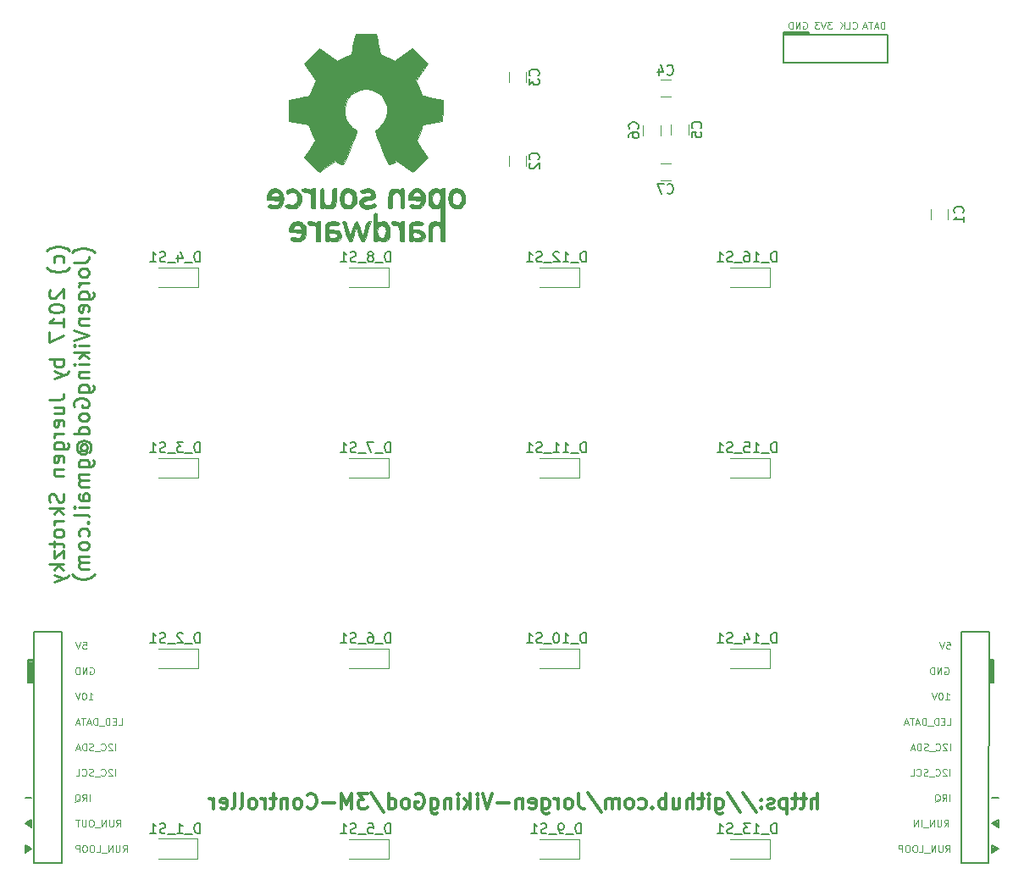
<source format=gbr>
G04 #@! TF.FileFunction,Legend,Bot*
%FSLAX46Y46*%
G04 Gerber Fmt 4.6, Leading zero omitted, Abs format (unit mm)*
G04 Created by KiCad (PCBNEW 4.0.6) date 2017 July 24, Monday 19:52:19*
%MOMM*%
%LPD*%
G01*
G04 APERTURE LIST*
%ADD10C,0.100000*%
%ADD11C,0.125000*%
%ADD12C,0.200000*%
%ADD13C,0.250000*%
%ADD14C,0.300000*%
%ADD15C,0.120000*%
%ADD16C,0.010000*%
%ADD17C,0.150000*%
G04 APERTURE END LIST*
D10*
D11*
X157259999Y-39940667D02*
X157259999Y-39240667D01*
X157093333Y-39240667D01*
X156993333Y-39274000D01*
X156926666Y-39340667D01*
X156893333Y-39407333D01*
X156859999Y-39540667D01*
X156859999Y-39640667D01*
X156893333Y-39774000D01*
X156926666Y-39840667D01*
X156993333Y-39907333D01*
X157093333Y-39940667D01*
X157259999Y-39940667D01*
X156593333Y-39740667D02*
X156259999Y-39740667D01*
X156659999Y-39940667D02*
X156426666Y-39240667D01*
X156193333Y-39940667D01*
X156059999Y-39240667D02*
X155659999Y-39240667D01*
X155859999Y-39940667D02*
X155859999Y-39240667D01*
X155460000Y-39740667D02*
X155126666Y-39740667D01*
X155526666Y-39940667D02*
X155293333Y-39240667D01*
X155060000Y-39940667D01*
X154086666Y-39874000D02*
X154120000Y-39907333D01*
X154220000Y-39940667D01*
X154286666Y-39940667D01*
X154386666Y-39907333D01*
X154453333Y-39840667D01*
X154486666Y-39774000D01*
X154520000Y-39640667D01*
X154520000Y-39540667D01*
X154486666Y-39407333D01*
X154453333Y-39340667D01*
X154386666Y-39274000D01*
X154286666Y-39240667D01*
X154220000Y-39240667D01*
X154120000Y-39274000D01*
X154086666Y-39307333D01*
X153453333Y-39940667D02*
X153786666Y-39940667D01*
X153786666Y-39240667D01*
X153219999Y-39940667D02*
X153219999Y-39240667D01*
X152819999Y-39940667D02*
X153119999Y-39540667D01*
X152819999Y-39240667D02*
X153219999Y-39640667D01*
X151996667Y-39240667D02*
X151563334Y-39240667D01*
X151796667Y-39507333D01*
X151696667Y-39507333D01*
X151630000Y-39540667D01*
X151596667Y-39574000D01*
X151563334Y-39640667D01*
X151563334Y-39807333D01*
X151596667Y-39874000D01*
X151630000Y-39907333D01*
X151696667Y-39940667D01*
X151896667Y-39940667D01*
X151963334Y-39907333D01*
X151996667Y-39874000D01*
X151363333Y-39240667D02*
X151130000Y-39940667D01*
X150896667Y-39240667D01*
X150730000Y-39240667D02*
X150296667Y-39240667D01*
X150530000Y-39507333D01*
X150430000Y-39507333D01*
X150363333Y-39540667D01*
X150330000Y-39574000D01*
X150296667Y-39640667D01*
X150296667Y-39807333D01*
X150330000Y-39874000D01*
X150363333Y-39907333D01*
X150430000Y-39940667D01*
X150630000Y-39940667D01*
X150696667Y-39907333D01*
X150730000Y-39874000D01*
X149123333Y-39274000D02*
X149189999Y-39240667D01*
X149289999Y-39240667D01*
X149389999Y-39274000D01*
X149456666Y-39340667D01*
X149489999Y-39407333D01*
X149523333Y-39540667D01*
X149523333Y-39640667D01*
X149489999Y-39774000D01*
X149456666Y-39840667D01*
X149389999Y-39907333D01*
X149289999Y-39940667D01*
X149223333Y-39940667D01*
X149123333Y-39907333D01*
X149089999Y-39874000D01*
X149089999Y-39640667D01*
X149223333Y-39640667D01*
X148789999Y-39940667D02*
X148789999Y-39240667D01*
X148389999Y-39940667D01*
X148389999Y-39240667D01*
X148056666Y-39940667D02*
X148056666Y-39240667D01*
X147890000Y-39240667D01*
X147790000Y-39274000D01*
X147723333Y-39340667D01*
X147690000Y-39407333D01*
X147656666Y-39540667D01*
X147656666Y-39640667D01*
X147690000Y-39774000D01*
X147723333Y-39840667D01*
X147790000Y-39907333D01*
X147890000Y-39940667D01*
X148056666Y-39940667D01*
D12*
X147193000Y-40513000D02*
X149733000Y-40513000D01*
X147320000Y-40386000D02*
X147193000Y-40513000D01*
X149733000Y-40386000D02*
X147320000Y-40386000D01*
X149733000Y-40259000D02*
X149733000Y-40386000D01*
X147193000Y-40259000D02*
X149733000Y-40259000D01*
X147193000Y-40513000D02*
X147193000Y-40259000D01*
X147193000Y-43307000D02*
X147193000Y-40513000D01*
X157607000Y-43307000D02*
X147193000Y-43307000D01*
X157607000Y-40513000D02*
X157607000Y-43307000D01*
X147193000Y-40513000D02*
X157607000Y-40513000D01*
X72263000Y-123317000D02*
X72263000Y-100203000D01*
X75057000Y-123317000D02*
X72263000Y-123317000D01*
X75057000Y-100203000D02*
X75057000Y-123317000D01*
X72263000Y-100203000D02*
X75057000Y-100203000D01*
X164973000Y-123317000D02*
X164973000Y-100203000D01*
X167640000Y-123317000D02*
X164973000Y-123317000D01*
X167767000Y-100203000D02*
X167640000Y-123317000D01*
X164973000Y-100203000D02*
X167767000Y-100203000D01*
D11*
X77097000Y-101216667D02*
X77430333Y-101216667D01*
X77463667Y-101550000D01*
X77430333Y-101516667D01*
X77363667Y-101483333D01*
X77197000Y-101483333D01*
X77130333Y-101516667D01*
X77097000Y-101550000D01*
X77063667Y-101616667D01*
X77063667Y-101783333D01*
X77097000Y-101850000D01*
X77130333Y-101883333D01*
X77197000Y-101916667D01*
X77363667Y-101916667D01*
X77430333Y-101883333D01*
X77463667Y-101850000D01*
X76863666Y-101216667D02*
X76630333Y-101916667D01*
X76397000Y-101216667D01*
X77825667Y-103790000D02*
X77892333Y-103756667D01*
X77992333Y-103756667D01*
X78092333Y-103790000D01*
X78159000Y-103856667D01*
X78192333Y-103923333D01*
X78225667Y-104056667D01*
X78225667Y-104156667D01*
X78192333Y-104290000D01*
X78159000Y-104356667D01*
X78092333Y-104423333D01*
X77992333Y-104456667D01*
X77925667Y-104456667D01*
X77825667Y-104423333D01*
X77792333Y-104390000D01*
X77792333Y-104156667D01*
X77925667Y-104156667D01*
X77492333Y-104456667D02*
X77492333Y-103756667D01*
X77092333Y-104456667D01*
X77092333Y-103756667D01*
X76759000Y-104456667D02*
X76759000Y-103756667D01*
X76592334Y-103756667D01*
X76492334Y-103790000D01*
X76425667Y-103856667D01*
X76392334Y-103923333D01*
X76359000Y-104056667D01*
X76359000Y-104156667D01*
X76392334Y-104290000D01*
X76425667Y-104356667D01*
X76492334Y-104423333D01*
X76592334Y-104456667D01*
X76759000Y-104456667D01*
X77698667Y-106996667D02*
X78098667Y-106996667D01*
X77898667Y-106996667D02*
X77898667Y-106296667D01*
X77965333Y-106396667D01*
X78032000Y-106463333D01*
X78098667Y-106496667D01*
X77265333Y-106296667D02*
X77198666Y-106296667D01*
X77132000Y-106330000D01*
X77098666Y-106363333D01*
X77065333Y-106430000D01*
X77032000Y-106563333D01*
X77032000Y-106730000D01*
X77065333Y-106863333D01*
X77098666Y-106930000D01*
X77132000Y-106963333D01*
X77198666Y-106996667D01*
X77265333Y-106996667D01*
X77332000Y-106963333D01*
X77365333Y-106930000D01*
X77398666Y-106863333D01*
X77432000Y-106730000D01*
X77432000Y-106563333D01*
X77398666Y-106430000D01*
X77365333Y-106363333D01*
X77332000Y-106330000D01*
X77265333Y-106296667D01*
X76831999Y-106296667D02*
X76598666Y-106996667D01*
X76365333Y-106296667D01*
X80653000Y-109536667D02*
X80986333Y-109536667D01*
X80986333Y-108836667D01*
X80419666Y-109170000D02*
X80186333Y-109170000D01*
X80086333Y-109536667D02*
X80419666Y-109536667D01*
X80419666Y-108836667D01*
X80086333Y-108836667D01*
X79786333Y-109536667D02*
X79786333Y-108836667D01*
X79619667Y-108836667D01*
X79519667Y-108870000D01*
X79453000Y-108936667D01*
X79419667Y-109003333D01*
X79386333Y-109136667D01*
X79386333Y-109236667D01*
X79419667Y-109370000D01*
X79453000Y-109436667D01*
X79519667Y-109503333D01*
X79619667Y-109536667D01*
X79786333Y-109536667D01*
X79253000Y-109603333D02*
X78719667Y-109603333D01*
X78553000Y-109536667D02*
X78553000Y-108836667D01*
X78386334Y-108836667D01*
X78286334Y-108870000D01*
X78219667Y-108936667D01*
X78186334Y-109003333D01*
X78153000Y-109136667D01*
X78153000Y-109236667D01*
X78186334Y-109370000D01*
X78219667Y-109436667D01*
X78286334Y-109503333D01*
X78386334Y-109536667D01*
X78553000Y-109536667D01*
X77886334Y-109336667D02*
X77553000Y-109336667D01*
X77953000Y-109536667D02*
X77719667Y-108836667D01*
X77486334Y-109536667D01*
X77353000Y-108836667D02*
X76953000Y-108836667D01*
X77153000Y-109536667D02*
X77153000Y-108836667D01*
X76753001Y-109336667D02*
X76419667Y-109336667D01*
X76819667Y-109536667D02*
X76586334Y-108836667D01*
X76353001Y-109536667D01*
X80351333Y-112076667D02*
X80351333Y-111376667D01*
X80051334Y-111443333D02*
X80018000Y-111410000D01*
X79951334Y-111376667D01*
X79784667Y-111376667D01*
X79718000Y-111410000D01*
X79684667Y-111443333D01*
X79651334Y-111510000D01*
X79651334Y-111576667D01*
X79684667Y-111676667D01*
X80084667Y-112076667D01*
X79651334Y-112076667D01*
X78951333Y-112010000D02*
X78984667Y-112043333D01*
X79084667Y-112076667D01*
X79151333Y-112076667D01*
X79251333Y-112043333D01*
X79318000Y-111976667D01*
X79351333Y-111910000D01*
X79384667Y-111776667D01*
X79384667Y-111676667D01*
X79351333Y-111543333D01*
X79318000Y-111476667D01*
X79251333Y-111410000D01*
X79151333Y-111376667D01*
X79084667Y-111376667D01*
X78984667Y-111410000D01*
X78951333Y-111443333D01*
X78818000Y-112143333D02*
X78284667Y-112143333D01*
X78151334Y-112043333D02*
X78051334Y-112076667D01*
X77884667Y-112076667D01*
X77818000Y-112043333D01*
X77784667Y-112010000D01*
X77751334Y-111943333D01*
X77751334Y-111876667D01*
X77784667Y-111810000D01*
X77818000Y-111776667D01*
X77884667Y-111743333D01*
X78018000Y-111710000D01*
X78084667Y-111676667D01*
X78118000Y-111643333D01*
X78151334Y-111576667D01*
X78151334Y-111510000D01*
X78118000Y-111443333D01*
X78084667Y-111410000D01*
X78018000Y-111376667D01*
X77851334Y-111376667D01*
X77751334Y-111410000D01*
X77451333Y-112076667D02*
X77451333Y-111376667D01*
X77284667Y-111376667D01*
X77184667Y-111410000D01*
X77118000Y-111476667D01*
X77084667Y-111543333D01*
X77051333Y-111676667D01*
X77051333Y-111776667D01*
X77084667Y-111910000D01*
X77118000Y-111976667D01*
X77184667Y-112043333D01*
X77284667Y-112076667D01*
X77451333Y-112076667D01*
X76784667Y-111876667D02*
X76451333Y-111876667D01*
X76851333Y-112076667D02*
X76618000Y-111376667D01*
X76384667Y-112076667D01*
X80351333Y-114616667D02*
X80351333Y-113916667D01*
X80051334Y-113983333D02*
X80018000Y-113950000D01*
X79951334Y-113916667D01*
X79784667Y-113916667D01*
X79718000Y-113950000D01*
X79684667Y-113983333D01*
X79651334Y-114050000D01*
X79651334Y-114116667D01*
X79684667Y-114216667D01*
X80084667Y-114616667D01*
X79651334Y-114616667D01*
X78951333Y-114550000D02*
X78984667Y-114583333D01*
X79084667Y-114616667D01*
X79151333Y-114616667D01*
X79251333Y-114583333D01*
X79318000Y-114516667D01*
X79351333Y-114450000D01*
X79384667Y-114316667D01*
X79384667Y-114216667D01*
X79351333Y-114083333D01*
X79318000Y-114016667D01*
X79251333Y-113950000D01*
X79151333Y-113916667D01*
X79084667Y-113916667D01*
X78984667Y-113950000D01*
X78951333Y-113983333D01*
X78818000Y-114683333D02*
X78284667Y-114683333D01*
X78151334Y-114583333D02*
X78051334Y-114616667D01*
X77884667Y-114616667D01*
X77818000Y-114583333D01*
X77784667Y-114550000D01*
X77751334Y-114483333D01*
X77751334Y-114416667D01*
X77784667Y-114350000D01*
X77818000Y-114316667D01*
X77884667Y-114283333D01*
X78018000Y-114250000D01*
X78084667Y-114216667D01*
X78118000Y-114183333D01*
X78151334Y-114116667D01*
X78151334Y-114050000D01*
X78118000Y-113983333D01*
X78084667Y-113950000D01*
X78018000Y-113916667D01*
X77851334Y-113916667D01*
X77751334Y-113950000D01*
X77051333Y-114550000D02*
X77084667Y-114583333D01*
X77184667Y-114616667D01*
X77251333Y-114616667D01*
X77351333Y-114583333D01*
X77418000Y-114516667D01*
X77451333Y-114450000D01*
X77484667Y-114316667D01*
X77484667Y-114216667D01*
X77451333Y-114083333D01*
X77418000Y-114016667D01*
X77351333Y-113950000D01*
X77251333Y-113916667D01*
X77184667Y-113916667D01*
X77084667Y-113950000D01*
X77051333Y-113983333D01*
X76418000Y-114616667D02*
X76751333Y-114616667D01*
X76751333Y-113916667D01*
X77811333Y-117156667D02*
X77811333Y-116456667D01*
X77078000Y-117156667D02*
X77311334Y-116823333D01*
X77478000Y-117156667D02*
X77478000Y-116456667D01*
X77211334Y-116456667D01*
X77144667Y-116490000D01*
X77111334Y-116523333D01*
X77078000Y-116590000D01*
X77078000Y-116690000D01*
X77111334Y-116756667D01*
X77144667Y-116790000D01*
X77211334Y-116823333D01*
X77478000Y-116823333D01*
X76311334Y-117223333D02*
X76378000Y-117190000D01*
X76444667Y-117123333D01*
X76544667Y-117023333D01*
X76611334Y-116990000D01*
X76678000Y-116990000D01*
X76644667Y-117156667D02*
X76711334Y-117123333D01*
X76778000Y-117056667D01*
X76811334Y-116923333D01*
X76811334Y-116690000D01*
X76778000Y-116556667D01*
X76711334Y-116490000D01*
X76644667Y-116456667D01*
X76511334Y-116456667D01*
X76444667Y-116490000D01*
X76378000Y-116556667D01*
X76344667Y-116690000D01*
X76344667Y-116923333D01*
X76378000Y-117056667D01*
X76444667Y-117123333D01*
X76511334Y-117156667D01*
X76644667Y-117156667D01*
X80459333Y-119696667D02*
X80692667Y-119363333D01*
X80859333Y-119696667D02*
X80859333Y-118996667D01*
X80592667Y-118996667D01*
X80526000Y-119030000D01*
X80492667Y-119063333D01*
X80459333Y-119130000D01*
X80459333Y-119230000D01*
X80492667Y-119296667D01*
X80526000Y-119330000D01*
X80592667Y-119363333D01*
X80859333Y-119363333D01*
X80159333Y-118996667D02*
X80159333Y-119563333D01*
X80126000Y-119630000D01*
X80092667Y-119663333D01*
X80026000Y-119696667D01*
X79892667Y-119696667D01*
X79826000Y-119663333D01*
X79792667Y-119630000D01*
X79759333Y-119563333D01*
X79759333Y-118996667D01*
X79426000Y-119696667D02*
X79426000Y-118996667D01*
X79026000Y-119696667D01*
X79026000Y-118996667D01*
X78859334Y-119763333D02*
X78326001Y-119763333D01*
X78026001Y-118996667D02*
X77892668Y-118996667D01*
X77826001Y-119030000D01*
X77759334Y-119096667D01*
X77726001Y-119230000D01*
X77726001Y-119463333D01*
X77759334Y-119596667D01*
X77826001Y-119663333D01*
X77892668Y-119696667D01*
X78026001Y-119696667D01*
X78092668Y-119663333D01*
X78159334Y-119596667D01*
X78192668Y-119463333D01*
X78192668Y-119230000D01*
X78159334Y-119096667D01*
X78092668Y-119030000D01*
X78026001Y-118996667D01*
X77426001Y-118996667D02*
X77426001Y-119563333D01*
X77392668Y-119630000D01*
X77359335Y-119663333D01*
X77292668Y-119696667D01*
X77159335Y-119696667D01*
X77092668Y-119663333D01*
X77059335Y-119630000D01*
X77026001Y-119563333D01*
X77026001Y-118996667D01*
X76792668Y-118996667D02*
X76392668Y-118996667D01*
X76592668Y-119696667D02*
X76592668Y-118996667D01*
X81094333Y-122236667D02*
X81327667Y-121903333D01*
X81494333Y-122236667D02*
X81494333Y-121536667D01*
X81227667Y-121536667D01*
X81161000Y-121570000D01*
X81127667Y-121603333D01*
X81094333Y-121670000D01*
X81094333Y-121770000D01*
X81127667Y-121836667D01*
X81161000Y-121870000D01*
X81227667Y-121903333D01*
X81494333Y-121903333D01*
X80794333Y-121536667D02*
X80794333Y-122103333D01*
X80761000Y-122170000D01*
X80727667Y-122203333D01*
X80661000Y-122236667D01*
X80527667Y-122236667D01*
X80461000Y-122203333D01*
X80427667Y-122170000D01*
X80394333Y-122103333D01*
X80394333Y-121536667D01*
X80061000Y-122236667D02*
X80061000Y-121536667D01*
X79661000Y-122236667D01*
X79661000Y-121536667D01*
X79494334Y-122303333D02*
X78961001Y-122303333D01*
X78461001Y-122236667D02*
X78794334Y-122236667D01*
X78794334Y-121536667D01*
X78094334Y-121536667D02*
X77961001Y-121536667D01*
X77894334Y-121570000D01*
X77827667Y-121636667D01*
X77794334Y-121770000D01*
X77794334Y-122003333D01*
X77827667Y-122136667D01*
X77894334Y-122203333D01*
X77961001Y-122236667D01*
X78094334Y-122236667D01*
X78161001Y-122203333D01*
X78227667Y-122136667D01*
X78261001Y-122003333D01*
X78261001Y-121770000D01*
X78227667Y-121636667D01*
X78161001Y-121570000D01*
X78094334Y-121536667D01*
X77361001Y-121536667D02*
X77227668Y-121536667D01*
X77161001Y-121570000D01*
X77094334Y-121636667D01*
X77061001Y-121770000D01*
X77061001Y-122003333D01*
X77094334Y-122136667D01*
X77161001Y-122203333D01*
X77227668Y-122236667D01*
X77361001Y-122236667D01*
X77427668Y-122203333D01*
X77494334Y-122136667D01*
X77527668Y-122003333D01*
X77527668Y-121770000D01*
X77494334Y-121636667D01*
X77427668Y-121570000D01*
X77361001Y-121536667D01*
X76761001Y-122236667D02*
X76761001Y-121536667D01*
X76494335Y-121536667D01*
X76427668Y-121570000D01*
X76394335Y-121603333D01*
X76361001Y-121670000D01*
X76361001Y-121770000D01*
X76394335Y-121836667D01*
X76427668Y-121870000D01*
X76494335Y-121903333D01*
X76761001Y-121903333D01*
D12*
X71755000Y-121920000D02*
X71501000Y-121793000D01*
X71501000Y-122047000D02*
X71755000Y-121920000D01*
X72009000Y-121920000D02*
X71374000Y-122301000D01*
X71374000Y-121539000D02*
X72009000Y-121920000D01*
X71374000Y-122301000D02*
X71374000Y-121539000D01*
X71501000Y-121793000D02*
X71501000Y-122047000D01*
X71882000Y-119253000D02*
X71755000Y-119380000D01*
X71882000Y-119507000D02*
X71882000Y-119253000D01*
X71628000Y-119380000D02*
X71882000Y-119507000D01*
X72009000Y-118999000D02*
X72009000Y-119761000D01*
X71374000Y-119380000D02*
X72009000Y-118999000D01*
X72009000Y-119761000D02*
X71374000Y-119380000D01*
X72009000Y-116840000D02*
X71374000Y-116840000D01*
X72009000Y-103251000D02*
X72009000Y-105029000D01*
X71882000Y-105029000D02*
X71882000Y-103251000D01*
X72136000Y-105029000D02*
X71882000Y-105029000D01*
X72136000Y-103124000D02*
X72136000Y-105029000D01*
X71755000Y-103124000D02*
X72136000Y-103124000D01*
X71882000Y-103251000D02*
X72009000Y-103251000D01*
X71628000Y-102997000D02*
X72263000Y-102997000D01*
X71755000Y-105156000D02*
X71755000Y-103124000D01*
X72263000Y-105283000D02*
X71628000Y-105283000D01*
X71628000Y-105283000D02*
X71628000Y-102997000D01*
X72263000Y-105156000D02*
X71755000Y-105156000D01*
X72263000Y-102997000D02*
X72263000Y-105156000D01*
X167767000Y-102997000D02*
X167767000Y-105156000D01*
X167767000Y-105283000D02*
X168148000Y-105283000D01*
X167767000Y-105156000D02*
X168021000Y-105156000D01*
X167894000Y-103124000D02*
X167894000Y-105029000D01*
X168021000Y-103124000D02*
X167894000Y-103124000D01*
X168021000Y-105156000D02*
X168021000Y-103124000D01*
X168148000Y-102997000D02*
X167767000Y-102997000D01*
X168148000Y-105283000D02*
X168148000Y-102997000D01*
X168021000Y-116840000D02*
X168656000Y-116840000D01*
X168148000Y-121793000D02*
X168148000Y-122047000D01*
X168148000Y-122174000D02*
X168402000Y-121920000D01*
X168402000Y-121920000D02*
X168148000Y-121793000D01*
X168656000Y-121920000D02*
X168021000Y-121539000D01*
X168021000Y-121539000D02*
X168021000Y-122301000D01*
X168021000Y-122301000D02*
X168656000Y-121920000D01*
X168529000Y-119253000D02*
X168275000Y-119380000D01*
X168148000Y-119380000D02*
X168529000Y-119507000D01*
X168656000Y-118999000D02*
X168021000Y-119380000D01*
X168656000Y-119761000D02*
X168656000Y-118999000D01*
X168529000Y-119507000D02*
X168529000Y-119253000D01*
X168021000Y-119380000D02*
X168656000Y-119761000D01*
D11*
X163453667Y-101216667D02*
X163787000Y-101216667D01*
X163820334Y-101550000D01*
X163787000Y-101516667D01*
X163720334Y-101483333D01*
X163553667Y-101483333D01*
X163487000Y-101516667D01*
X163453667Y-101550000D01*
X163420334Y-101616667D01*
X163420334Y-101783333D01*
X163453667Y-101850000D01*
X163487000Y-101883333D01*
X163553667Y-101916667D01*
X163720334Y-101916667D01*
X163787000Y-101883333D01*
X163820334Y-101850000D01*
X163220333Y-101216667D02*
X162987000Y-101916667D01*
X162753667Y-101216667D01*
X163271000Y-103790000D02*
X163337666Y-103756667D01*
X163437666Y-103756667D01*
X163537666Y-103790000D01*
X163604333Y-103856667D01*
X163637666Y-103923333D01*
X163671000Y-104056667D01*
X163671000Y-104156667D01*
X163637666Y-104290000D01*
X163604333Y-104356667D01*
X163537666Y-104423333D01*
X163437666Y-104456667D01*
X163371000Y-104456667D01*
X163271000Y-104423333D01*
X163237666Y-104390000D01*
X163237666Y-104156667D01*
X163371000Y-104156667D01*
X162937666Y-104456667D02*
X162937666Y-103756667D01*
X162537666Y-104456667D01*
X162537666Y-103756667D01*
X162204333Y-104456667D02*
X162204333Y-103756667D01*
X162037667Y-103756667D01*
X161937667Y-103790000D01*
X161871000Y-103856667D01*
X161837667Y-103923333D01*
X161804333Y-104056667D01*
X161804333Y-104156667D01*
X161837667Y-104290000D01*
X161871000Y-104356667D01*
X161937667Y-104423333D01*
X162037667Y-104456667D01*
X162204333Y-104456667D01*
X163325001Y-106996667D02*
X163725001Y-106996667D01*
X163525001Y-106996667D02*
X163525001Y-106296667D01*
X163591667Y-106396667D01*
X163658334Y-106463333D01*
X163725001Y-106496667D01*
X162891667Y-106296667D02*
X162825000Y-106296667D01*
X162758334Y-106330000D01*
X162725000Y-106363333D01*
X162691667Y-106430000D01*
X162658334Y-106563333D01*
X162658334Y-106730000D01*
X162691667Y-106863333D01*
X162725000Y-106930000D01*
X162758334Y-106963333D01*
X162825000Y-106996667D01*
X162891667Y-106996667D01*
X162958334Y-106963333D01*
X162991667Y-106930000D01*
X163025000Y-106863333D01*
X163058334Y-106730000D01*
X163058334Y-106563333D01*
X163025000Y-106430000D01*
X162991667Y-106363333D01*
X162958334Y-106330000D01*
X162891667Y-106296667D01*
X162458333Y-106296667D02*
X162225000Y-106996667D01*
X161991667Y-106296667D01*
X163497666Y-109536667D02*
X163830999Y-109536667D01*
X163830999Y-108836667D01*
X163264332Y-109170000D02*
X163030999Y-109170000D01*
X162930999Y-109536667D02*
X163264332Y-109536667D01*
X163264332Y-108836667D01*
X162930999Y-108836667D01*
X162630999Y-109536667D02*
X162630999Y-108836667D01*
X162464333Y-108836667D01*
X162364333Y-108870000D01*
X162297666Y-108936667D01*
X162264333Y-109003333D01*
X162230999Y-109136667D01*
X162230999Y-109236667D01*
X162264333Y-109370000D01*
X162297666Y-109436667D01*
X162364333Y-109503333D01*
X162464333Y-109536667D01*
X162630999Y-109536667D01*
X162097666Y-109603333D02*
X161564333Y-109603333D01*
X161397666Y-109536667D02*
X161397666Y-108836667D01*
X161231000Y-108836667D01*
X161131000Y-108870000D01*
X161064333Y-108936667D01*
X161031000Y-109003333D01*
X160997666Y-109136667D01*
X160997666Y-109236667D01*
X161031000Y-109370000D01*
X161064333Y-109436667D01*
X161131000Y-109503333D01*
X161231000Y-109536667D01*
X161397666Y-109536667D01*
X160731000Y-109336667D02*
X160397666Y-109336667D01*
X160797666Y-109536667D02*
X160564333Y-108836667D01*
X160331000Y-109536667D01*
X160197666Y-108836667D02*
X159797666Y-108836667D01*
X159997666Y-109536667D02*
X159997666Y-108836667D01*
X159597667Y-109336667D02*
X159264333Y-109336667D01*
X159664333Y-109536667D02*
X159431000Y-108836667D01*
X159197667Y-109536667D01*
X163799333Y-112076667D02*
X163799333Y-111376667D01*
X163499334Y-111443333D02*
X163466000Y-111410000D01*
X163399334Y-111376667D01*
X163232667Y-111376667D01*
X163166000Y-111410000D01*
X163132667Y-111443333D01*
X163099334Y-111510000D01*
X163099334Y-111576667D01*
X163132667Y-111676667D01*
X163532667Y-112076667D01*
X163099334Y-112076667D01*
X162399333Y-112010000D02*
X162432667Y-112043333D01*
X162532667Y-112076667D01*
X162599333Y-112076667D01*
X162699333Y-112043333D01*
X162766000Y-111976667D01*
X162799333Y-111910000D01*
X162832667Y-111776667D01*
X162832667Y-111676667D01*
X162799333Y-111543333D01*
X162766000Y-111476667D01*
X162699333Y-111410000D01*
X162599333Y-111376667D01*
X162532667Y-111376667D01*
X162432667Y-111410000D01*
X162399333Y-111443333D01*
X162266000Y-112143333D02*
X161732667Y-112143333D01*
X161599334Y-112043333D02*
X161499334Y-112076667D01*
X161332667Y-112076667D01*
X161266000Y-112043333D01*
X161232667Y-112010000D01*
X161199334Y-111943333D01*
X161199334Y-111876667D01*
X161232667Y-111810000D01*
X161266000Y-111776667D01*
X161332667Y-111743333D01*
X161466000Y-111710000D01*
X161532667Y-111676667D01*
X161566000Y-111643333D01*
X161599334Y-111576667D01*
X161599334Y-111510000D01*
X161566000Y-111443333D01*
X161532667Y-111410000D01*
X161466000Y-111376667D01*
X161299334Y-111376667D01*
X161199334Y-111410000D01*
X160899333Y-112076667D02*
X160899333Y-111376667D01*
X160732667Y-111376667D01*
X160632667Y-111410000D01*
X160566000Y-111476667D01*
X160532667Y-111543333D01*
X160499333Y-111676667D01*
X160499333Y-111776667D01*
X160532667Y-111910000D01*
X160566000Y-111976667D01*
X160632667Y-112043333D01*
X160732667Y-112076667D01*
X160899333Y-112076667D01*
X160232667Y-111876667D02*
X159899333Y-111876667D01*
X160299333Y-112076667D02*
X160066000Y-111376667D01*
X159832667Y-112076667D01*
X163766000Y-114616667D02*
X163766000Y-113916667D01*
X163466001Y-113983333D02*
X163432667Y-113950000D01*
X163366001Y-113916667D01*
X163199334Y-113916667D01*
X163132667Y-113950000D01*
X163099334Y-113983333D01*
X163066001Y-114050000D01*
X163066001Y-114116667D01*
X163099334Y-114216667D01*
X163499334Y-114616667D01*
X163066001Y-114616667D01*
X162366000Y-114550000D02*
X162399334Y-114583333D01*
X162499334Y-114616667D01*
X162566000Y-114616667D01*
X162666000Y-114583333D01*
X162732667Y-114516667D01*
X162766000Y-114450000D01*
X162799334Y-114316667D01*
X162799334Y-114216667D01*
X162766000Y-114083333D01*
X162732667Y-114016667D01*
X162666000Y-113950000D01*
X162566000Y-113916667D01*
X162499334Y-113916667D01*
X162399334Y-113950000D01*
X162366000Y-113983333D01*
X162232667Y-114683333D02*
X161699334Y-114683333D01*
X161566001Y-114583333D02*
X161466001Y-114616667D01*
X161299334Y-114616667D01*
X161232667Y-114583333D01*
X161199334Y-114550000D01*
X161166001Y-114483333D01*
X161166001Y-114416667D01*
X161199334Y-114350000D01*
X161232667Y-114316667D01*
X161299334Y-114283333D01*
X161432667Y-114250000D01*
X161499334Y-114216667D01*
X161532667Y-114183333D01*
X161566001Y-114116667D01*
X161566001Y-114050000D01*
X161532667Y-113983333D01*
X161499334Y-113950000D01*
X161432667Y-113916667D01*
X161266001Y-113916667D01*
X161166001Y-113950000D01*
X160466000Y-114550000D02*
X160499334Y-114583333D01*
X160599334Y-114616667D01*
X160666000Y-114616667D01*
X160766000Y-114583333D01*
X160832667Y-114516667D01*
X160866000Y-114450000D01*
X160899334Y-114316667D01*
X160899334Y-114216667D01*
X160866000Y-114083333D01*
X160832667Y-114016667D01*
X160766000Y-113950000D01*
X160666000Y-113916667D01*
X160599334Y-113916667D01*
X160499334Y-113950000D01*
X160466000Y-113983333D01*
X159832667Y-114616667D02*
X160166000Y-114616667D01*
X160166000Y-113916667D01*
X163362665Y-122236667D02*
X163595999Y-121903333D01*
X163762665Y-122236667D02*
X163762665Y-121536667D01*
X163495999Y-121536667D01*
X163429332Y-121570000D01*
X163395999Y-121603333D01*
X163362665Y-121670000D01*
X163362665Y-121770000D01*
X163395999Y-121836667D01*
X163429332Y-121870000D01*
X163495999Y-121903333D01*
X163762665Y-121903333D01*
X163062665Y-121536667D02*
X163062665Y-122103333D01*
X163029332Y-122170000D01*
X162995999Y-122203333D01*
X162929332Y-122236667D01*
X162795999Y-122236667D01*
X162729332Y-122203333D01*
X162695999Y-122170000D01*
X162662665Y-122103333D01*
X162662665Y-121536667D01*
X162329332Y-122236667D02*
X162329332Y-121536667D01*
X161929332Y-122236667D01*
X161929332Y-121536667D01*
X161762666Y-122303333D02*
X161229333Y-122303333D01*
X160729333Y-122236667D02*
X161062666Y-122236667D01*
X161062666Y-121536667D01*
X160362666Y-121536667D02*
X160229333Y-121536667D01*
X160162666Y-121570000D01*
X160095999Y-121636667D01*
X160062666Y-121770000D01*
X160062666Y-122003333D01*
X160095999Y-122136667D01*
X160162666Y-122203333D01*
X160229333Y-122236667D01*
X160362666Y-122236667D01*
X160429333Y-122203333D01*
X160495999Y-122136667D01*
X160529333Y-122003333D01*
X160529333Y-121770000D01*
X160495999Y-121636667D01*
X160429333Y-121570000D01*
X160362666Y-121536667D01*
X159629333Y-121536667D02*
X159496000Y-121536667D01*
X159429333Y-121570000D01*
X159362666Y-121636667D01*
X159329333Y-121770000D01*
X159329333Y-122003333D01*
X159362666Y-122136667D01*
X159429333Y-122203333D01*
X159496000Y-122236667D01*
X159629333Y-122236667D01*
X159696000Y-122203333D01*
X159762666Y-122136667D01*
X159796000Y-122003333D01*
X159796000Y-121770000D01*
X159762666Y-121636667D01*
X159696000Y-121570000D01*
X159629333Y-121536667D01*
X159029333Y-122236667D02*
X159029333Y-121536667D01*
X158762667Y-121536667D01*
X158696000Y-121570000D01*
X158662667Y-121603333D01*
X158629333Y-121670000D01*
X158629333Y-121770000D01*
X158662667Y-121836667D01*
X158696000Y-121870000D01*
X158762667Y-121903333D01*
X159029333Y-121903333D01*
X163219998Y-119696667D02*
X163453332Y-119363333D01*
X163619998Y-119696667D02*
X163619998Y-118996667D01*
X163353332Y-118996667D01*
X163286665Y-119030000D01*
X163253332Y-119063333D01*
X163219998Y-119130000D01*
X163219998Y-119230000D01*
X163253332Y-119296667D01*
X163286665Y-119330000D01*
X163353332Y-119363333D01*
X163619998Y-119363333D01*
X162919998Y-118996667D02*
X162919998Y-119563333D01*
X162886665Y-119630000D01*
X162853332Y-119663333D01*
X162786665Y-119696667D01*
X162653332Y-119696667D01*
X162586665Y-119663333D01*
X162553332Y-119630000D01*
X162519998Y-119563333D01*
X162519998Y-118996667D01*
X162186665Y-119696667D02*
X162186665Y-118996667D01*
X161786665Y-119696667D01*
X161786665Y-118996667D01*
X161619999Y-119763333D02*
X161086666Y-119763333D01*
X160919999Y-119696667D02*
X160919999Y-118996667D01*
X160586666Y-119696667D02*
X160586666Y-118996667D01*
X160186666Y-119696667D01*
X160186666Y-118996667D01*
X163778999Y-117156667D02*
X163778999Y-116456667D01*
X163045666Y-117156667D02*
X163279000Y-116823333D01*
X163445666Y-117156667D02*
X163445666Y-116456667D01*
X163179000Y-116456667D01*
X163112333Y-116490000D01*
X163079000Y-116523333D01*
X163045666Y-116590000D01*
X163045666Y-116690000D01*
X163079000Y-116756667D01*
X163112333Y-116790000D01*
X163179000Y-116823333D01*
X163445666Y-116823333D01*
X162279000Y-117223333D02*
X162345666Y-117190000D01*
X162412333Y-117123333D01*
X162512333Y-117023333D01*
X162579000Y-116990000D01*
X162645666Y-116990000D01*
X162612333Y-117156667D02*
X162679000Y-117123333D01*
X162745666Y-117056667D01*
X162779000Y-116923333D01*
X162779000Y-116690000D01*
X162745666Y-116556667D01*
X162679000Y-116490000D01*
X162612333Y-116456667D01*
X162479000Y-116456667D01*
X162412333Y-116490000D01*
X162345666Y-116556667D01*
X162312333Y-116690000D01*
X162312333Y-116923333D01*
X162345666Y-117056667D01*
X162412333Y-117123333D01*
X162479000Y-117156667D01*
X162612333Y-117156667D01*
D13*
X75793600Y-62098687D02*
X75722171Y-62027259D01*
X75507886Y-61884402D01*
X75365029Y-61812973D01*
X75150743Y-61741544D01*
X74793600Y-61670116D01*
X74507886Y-61670116D01*
X74150743Y-61741544D01*
X73936457Y-61812973D01*
X73793600Y-61884402D01*
X73579314Y-62027259D01*
X73507886Y-62098687D01*
X75150743Y-63312973D02*
X75222171Y-63170116D01*
X75222171Y-62884402D01*
X75150743Y-62741544D01*
X75079314Y-62670116D01*
X74936457Y-62598687D01*
X74507886Y-62598687D01*
X74365029Y-62670116D01*
X74293600Y-62741544D01*
X74222171Y-62884402D01*
X74222171Y-63170116D01*
X74293600Y-63312973D01*
X75793600Y-63812973D02*
X75722171Y-63884401D01*
X75507886Y-64027258D01*
X75365029Y-64098687D01*
X75150743Y-64170116D01*
X74793600Y-64241544D01*
X74507886Y-64241544D01*
X74150743Y-64170116D01*
X73936457Y-64098687D01*
X73793600Y-64027258D01*
X73579314Y-63884401D01*
X73507886Y-63812973D01*
X73865029Y-66027258D02*
X73793600Y-66098687D01*
X73722171Y-66241544D01*
X73722171Y-66598687D01*
X73793600Y-66741544D01*
X73865029Y-66812973D01*
X74007886Y-66884401D01*
X74150743Y-66884401D01*
X74365029Y-66812973D01*
X75222171Y-65955830D01*
X75222171Y-66884401D01*
X73722171Y-67812972D02*
X73722171Y-67955829D01*
X73793600Y-68098686D01*
X73865029Y-68170115D01*
X74007886Y-68241544D01*
X74293600Y-68312972D01*
X74650743Y-68312972D01*
X74936457Y-68241544D01*
X75079314Y-68170115D01*
X75150743Y-68098686D01*
X75222171Y-67955829D01*
X75222171Y-67812972D01*
X75150743Y-67670115D01*
X75079314Y-67598686D01*
X74936457Y-67527258D01*
X74650743Y-67455829D01*
X74293600Y-67455829D01*
X74007886Y-67527258D01*
X73865029Y-67598686D01*
X73793600Y-67670115D01*
X73722171Y-67812972D01*
X75222171Y-69741543D02*
X75222171Y-68884400D01*
X75222171Y-69312972D02*
X73722171Y-69312972D01*
X73936457Y-69170115D01*
X74079314Y-69027257D01*
X74150743Y-68884400D01*
X73722171Y-70241543D02*
X73722171Y-71241543D01*
X75222171Y-70598686D01*
X75222171Y-72955828D02*
X73722171Y-72955828D01*
X74293600Y-72955828D02*
X74222171Y-73098685D01*
X74222171Y-73384399D01*
X74293600Y-73527256D01*
X74365029Y-73598685D01*
X74507886Y-73670114D01*
X74936457Y-73670114D01*
X75079314Y-73598685D01*
X75150743Y-73527256D01*
X75222171Y-73384399D01*
X75222171Y-73098685D01*
X75150743Y-72955828D01*
X74222171Y-74170114D02*
X75222171Y-74527257D01*
X74222171Y-74884399D02*
X75222171Y-74527257D01*
X75579314Y-74384399D01*
X75650743Y-74312971D01*
X75722171Y-74170114D01*
X73722171Y-77027256D02*
X74793600Y-77027256D01*
X75007886Y-76955828D01*
X75150743Y-76812971D01*
X75222171Y-76598685D01*
X75222171Y-76455828D01*
X74222171Y-78384399D02*
X75222171Y-78384399D01*
X74222171Y-77741542D02*
X75007886Y-77741542D01*
X75150743Y-77812970D01*
X75222171Y-77955828D01*
X75222171Y-78170113D01*
X75150743Y-78312970D01*
X75079314Y-78384399D01*
X75150743Y-79670113D02*
X75222171Y-79527256D01*
X75222171Y-79241542D01*
X75150743Y-79098685D01*
X75007886Y-79027256D01*
X74436457Y-79027256D01*
X74293600Y-79098685D01*
X74222171Y-79241542D01*
X74222171Y-79527256D01*
X74293600Y-79670113D01*
X74436457Y-79741542D01*
X74579314Y-79741542D01*
X74722171Y-79027256D01*
X75222171Y-80384399D02*
X74222171Y-80384399D01*
X74507886Y-80384399D02*
X74365029Y-80455827D01*
X74293600Y-80527256D01*
X74222171Y-80670113D01*
X74222171Y-80812970D01*
X74222171Y-81955827D02*
X75436457Y-81955827D01*
X75579314Y-81884398D01*
X75650743Y-81812970D01*
X75722171Y-81670113D01*
X75722171Y-81455827D01*
X75650743Y-81312970D01*
X75150743Y-81955827D02*
X75222171Y-81812970D01*
X75222171Y-81527256D01*
X75150743Y-81384398D01*
X75079314Y-81312970D01*
X74936457Y-81241541D01*
X74507886Y-81241541D01*
X74365029Y-81312970D01*
X74293600Y-81384398D01*
X74222171Y-81527256D01*
X74222171Y-81812970D01*
X74293600Y-81955827D01*
X75150743Y-83241541D02*
X75222171Y-83098684D01*
X75222171Y-82812970D01*
X75150743Y-82670113D01*
X75007886Y-82598684D01*
X74436457Y-82598684D01*
X74293600Y-82670113D01*
X74222171Y-82812970D01*
X74222171Y-83098684D01*
X74293600Y-83241541D01*
X74436457Y-83312970D01*
X74579314Y-83312970D01*
X74722171Y-82598684D01*
X74222171Y-83955827D02*
X75222171Y-83955827D01*
X74365029Y-83955827D02*
X74293600Y-84027255D01*
X74222171Y-84170113D01*
X74222171Y-84384398D01*
X74293600Y-84527255D01*
X74436457Y-84598684D01*
X75222171Y-84598684D01*
X75150743Y-86384398D02*
X75222171Y-86598684D01*
X75222171Y-86955827D01*
X75150743Y-87098684D01*
X75079314Y-87170113D01*
X74936457Y-87241541D01*
X74793600Y-87241541D01*
X74650743Y-87170113D01*
X74579314Y-87098684D01*
X74507886Y-86955827D01*
X74436457Y-86670113D01*
X74365029Y-86527255D01*
X74293600Y-86455827D01*
X74150743Y-86384398D01*
X74007886Y-86384398D01*
X73865029Y-86455827D01*
X73793600Y-86527255D01*
X73722171Y-86670113D01*
X73722171Y-87027255D01*
X73793600Y-87241541D01*
X75222171Y-87884398D02*
X73722171Y-87884398D01*
X74650743Y-88027255D02*
X75222171Y-88455826D01*
X74222171Y-88455826D02*
X74793600Y-87884398D01*
X75222171Y-89098684D02*
X74222171Y-89098684D01*
X74507886Y-89098684D02*
X74365029Y-89170112D01*
X74293600Y-89241541D01*
X74222171Y-89384398D01*
X74222171Y-89527255D01*
X75222171Y-90241541D02*
X75150743Y-90098683D01*
X75079314Y-90027255D01*
X74936457Y-89955826D01*
X74507886Y-89955826D01*
X74365029Y-90027255D01*
X74293600Y-90098683D01*
X74222171Y-90241541D01*
X74222171Y-90455826D01*
X74293600Y-90598683D01*
X74365029Y-90670112D01*
X74507886Y-90741541D01*
X74936457Y-90741541D01*
X75079314Y-90670112D01*
X75150743Y-90598683D01*
X75222171Y-90455826D01*
X75222171Y-90241541D01*
X74222171Y-91170112D02*
X74222171Y-91741541D01*
X73722171Y-91384398D02*
X75007886Y-91384398D01*
X75150743Y-91455826D01*
X75222171Y-91598684D01*
X75222171Y-91741541D01*
X74222171Y-92098684D02*
X74222171Y-92884398D01*
X75222171Y-92098684D01*
X75222171Y-92884398D01*
X75222171Y-93455827D02*
X73722171Y-93455827D01*
X74650743Y-93598684D02*
X75222171Y-94027255D01*
X74222171Y-94027255D02*
X74793600Y-93455827D01*
X74222171Y-94527256D02*
X75222171Y-94884399D01*
X74222171Y-95241541D02*
X75222171Y-94884399D01*
X75579314Y-94741541D01*
X75650743Y-94670113D01*
X75722171Y-94527256D01*
X78293600Y-62277257D02*
X78222171Y-62205829D01*
X78007886Y-62062972D01*
X77865029Y-61991543D01*
X77650743Y-61920114D01*
X77293600Y-61848686D01*
X77007886Y-61848686D01*
X76650743Y-61920114D01*
X76436457Y-61991543D01*
X76293600Y-62062972D01*
X76079314Y-62205829D01*
X76007886Y-62277257D01*
X76222171Y-63277257D02*
X77293600Y-63277257D01*
X77507886Y-63205829D01*
X77650743Y-63062972D01*
X77722171Y-62848686D01*
X77722171Y-62705829D01*
X77722171Y-64205829D02*
X77650743Y-64062971D01*
X77579314Y-63991543D01*
X77436457Y-63920114D01*
X77007886Y-63920114D01*
X76865029Y-63991543D01*
X76793600Y-64062971D01*
X76722171Y-64205829D01*
X76722171Y-64420114D01*
X76793600Y-64562971D01*
X76865029Y-64634400D01*
X77007886Y-64705829D01*
X77436457Y-64705829D01*
X77579314Y-64634400D01*
X77650743Y-64562971D01*
X77722171Y-64420114D01*
X77722171Y-64205829D01*
X77722171Y-65348686D02*
X76722171Y-65348686D01*
X77007886Y-65348686D02*
X76865029Y-65420114D01*
X76793600Y-65491543D01*
X76722171Y-65634400D01*
X76722171Y-65777257D01*
X76722171Y-66920114D02*
X77936457Y-66920114D01*
X78079314Y-66848685D01*
X78150743Y-66777257D01*
X78222171Y-66634400D01*
X78222171Y-66420114D01*
X78150743Y-66277257D01*
X77650743Y-66920114D02*
X77722171Y-66777257D01*
X77722171Y-66491543D01*
X77650743Y-66348685D01*
X77579314Y-66277257D01*
X77436457Y-66205828D01*
X77007886Y-66205828D01*
X76865029Y-66277257D01*
X76793600Y-66348685D01*
X76722171Y-66491543D01*
X76722171Y-66777257D01*
X76793600Y-66920114D01*
X77650743Y-68205828D02*
X77722171Y-68062971D01*
X77722171Y-67777257D01*
X77650743Y-67634400D01*
X77507886Y-67562971D01*
X76936457Y-67562971D01*
X76793600Y-67634400D01*
X76722171Y-67777257D01*
X76722171Y-68062971D01*
X76793600Y-68205828D01*
X76936457Y-68277257D01*
X77079314Y-68277257D01*
X77222171Y-67562971D01*
X76722171Y-68920114D02*
X77722171Y-68920114D01*
X76865029Y-68920114D02*
X76793600Y-68991542D01*
X76722171Y-69134400D01*
X76722171Y-69348685D01*
X76793600Y-69491542D01*
X76936457Y-69562971D01*
X77722171Y-69562971D01*
X76222171Y-70062971D02*
X77722171Y-70562971D01*
X76222171Y-71062971D01*
X77722171Y-71562971D02*
X76722171Y-71562971D01*
X76222171Y-71562971D02*
X76293600Y-71491542D01*
X76365029Y-71562971D01*
X76293600Y-71634399D01*
X76222171Y-71562971D01*
X76365029Y-71562971D01*
X77722171Y-72277257D02*
X76222171Y-72277257D01*
X77150743Y-72420114D02*
X77722171Y-72848685D01*
X76722171Y-72848685D02*
X77293600Y-72277257D01*
X77722171Y-73491543D02*
X76722171Y-73491543D01*
X76222171Y-73491543D02*
X76293600Y-73420114D01*
X76365029Y-73491543D01*
X76293600Y-73562971D01*
X76222171Y-73491543D01*
X76365029Y-73491543D01*
X76722171Y-74205829D02*
X77722171Y-74205829D01*
X76865029Y-74205829D02*
X76793600Y-74277257D01*
X76722171Y-74420115D01*
X76722171Y-74634400D01*
X76793600Y-74777257D01*
X76936457Y-74848686D01*
X77722171Y-74848686D01*
X76722171Y-76205829D02*
X77936457Y-76205829D01*
X78079314Y-76134400D01*
X78150743Y-76062972D01*
X78222171Y-75920115D01*
X78222171Y-75705829D01*
X78150743Y-75562972D01*
X77650743Y-76205829D02*
X77722171Y-76062972D01*
X77722171Y-75777258D01*
X77650743Y-75634400D01*
X77579314Y-75562972D01*
X77436457Y-75491543D01*
X77007886Y-75491543D01*
X76865029Y-75562972D01*
X76793600Y-75634400D01*
X76722171Y-75777258D01*
X76722171Y-76062972D01*
X76793600Y-76205829D01*
X76293600Y-77705829D02*
X76222171Y-77562972D01*
X76222171Y-77348686D01*
X76293600Y-77134401D01*
X76436457Y-76991543D01*
X76579314Y-76920115D01*
X76865029Y-76848686D01*
X77079314Y-76848686D01*
X77365029Y-76920115D01*
X77507886Y-76991543D01*
X77650743Y-77134401D01*
X77722171Y-77348686D01*
X77722171Y-77491543D01*
X77650743Y-77705829D01*
X77579314Y-77777258D01*
X77079314Y-77777258D01*
X77079314Y-77491543D01*
X77722171Y-78634401D02*
X77650743Y-78491543D01*
X77579314Y-78420115D01*
X77436457Y-78348686D01*
X77007886Y-78348686D01*
X76865029Y-78420115D01*
X76793600Y-78491543D01*
X76722171Y-78634401D01*
X76722171Y-78848686D01*
X76793600Y-78991543D01*
X76865029Y-79062972D01*
X77007886Y-79134401D01*
X77436457Y-79134401D01*
X77579314Y-79062972D01*
X77650743Y-78991543D01*
X77722171Y-78848686D01*
X77722171Y-78634401D01*
X77722171Y-80420115D02*
X76222171Y-80420115D01*
X77650743Y-80420115D02*
X77722171Y-80277258D01*
X77722171Y-79991544D01*
X77650743Y-79848686D01*
X77579314Y-79777258D01*
X77436457Y-79705829D01*
X77007886Y-79705829D01*
X76865029Y-79777258D01*
X76793600Y-79848686D01*
X76722171Y-79991544D01*
X76722171Y-80277258D01*
X76793600Y-80420115D01*
X77007886Y-82062972D02*
X76936457Y-81991544D01*
X76865029Y-81848687D01*
X76865029Y-81705829D01*
X76936457Y-81562972D01*
X77007886Y-81491544D01*
X77150743Y-81420115D01*
X77293600Y-81420115D01*
X77436457Y-81491544D01*
X77507886Y-81562972D01*
X77579314Y-81705829D01*
X77579314Y-81848687D01*
X77507886Y-81991544D01*
X77436457Y-82062972D01*
X76865029Y-82062972D02*
X77436457Y-82062972D01*
X77507886Y-82134401D01*
X77507886Y-82205829D01*
X77436457Y-82348687D01*
X77293600Y-82420115D01*
X76936457Y-82420115D01*
X76722171Y-82277258D01*
X76579314Y-82062972D01*
X76507886Y-81777258D01*
X76579314Y-81491544D01*
X76722171Y-81277258D01*
X76936457Y-81134401D01*
X77222171Y-81062972D01*
X77507886Y-81134401D01*
X77722171Y-81277258D01*
X77865029Y-81491544D01*
X77936457Y-81777258D01*
X77865029Y-82062972D01*
X77722171Y-82277258D01*
X76722171Y-83705829D02*
X77936457Y-83705829D01*
X78079314Y-83634400D01*
X78150743Y-83562972D01*
X78222171Y-83420115D01*
X78222171Y-83205829D01*
X78150743Y-83062972D01*
X77650743Y-83705829D02*
X77722171Y-83562972D01*
X77722171Y-83277258D01*
X77650743Y-83134400D01*
X77579314Y-83062972D01*
X77436457Y-82991543D01*
X77007886Y-82991543D01*
X76865029Y-83062972D01*
X76793600Y-83134400D01*
X76722171Y-83277258D01*
X76722171Y-83562972D01*
X76793600Y-83705829D01*
X77722171Y-84420115D02*
X76722171Y-84420115D01*
X76865029Y-84420115D02*
X76793600Y-84491543D01*
X76722171Y-84634401D01*
X76722171Y-84848686D01*
X76793600Y-84991543D01*
X76936457Y-85062972D01*
X77722171Y-85062972D01*
X76936457Y-85062972D02*
X76793600Y-85134401D01*
X76722171Y-85277258D01*
X76722171Y-85491543D01*
X76793600Y-85634401D01*
X76936457Y-85705829D01*
X77722171Y-85705829D01*
X77722171Y-87062972D02*
X76936457Y-87062972D01*
X76793600Y-86991543D01*
X76722171Y-86848686D01*
X76722171Y-86562972D01*
X76793600Y-86420115D01*
X77650743Y-87062972D02*
X77722171Y-86920115D01*
X77722171Y-86562972D01*
X77650743Y-86420115D01*
X77507886Y-86348686D01*
X77365029Y-86348686D01*
X77222171Y-86420115D01*
X77150743Y-86562972D01*
X77150743Y-86920115D01*
X77079314Y-87062972D01*
X77722171Y-87777258D02*
X76722171Y-87777258D01*
X76222171Y-87777258D02*
X76293600Y-87705829D01*
X76365029Y-87777258D01*
X76293600Y-87848686D01*
X76222171Y-87777258D01*
X76365029Y-87777258D01*
X77722171Y-88705830D02*
X77650743Y-88562972D01*
X77507886Y-88491544D01*
X76222171Y-88491544D01*
X77579314Y-89277258D02*
X77650743Y-89348686D01*
X77722171Y-89277258D01*
X77650743Y-89205829D01*
X77579314Y-89277258D01*
X77722171Y-89277258D01*
X77650743Y-90634401D02*
X77722171Y-90491544D01*
X77722171Y-90205830D01*
X77650743Y-90062972D01*
X77579314Y-89991544D01*
X77436457Y-89920115D01*
X77007886Y-89920115D01*
X76865029Y-89991544D01*
X76793600Y-90062972D01*
X76722171Y-90205830D01*
X76722171Y-90491544D01*
X76793600Y-90634401D01*
X77722171Y-91491544D02*
X77650743Y-91348686D01*
X77579314Y-91277258D01*
X77436457Y-91205829D01*
X77007886Y-91205829D01*
X76865029Y-91277258D01*
X76793600Y-91348686D01*
X76722171Y-91491544D01*
X76722171Y-91705829D01*
X76793600Y-91848686D01*
X76865029Y-91920115D01*
X77007886Y-91991544D01*
X77436457Y-91991544D01*
X77579314Y-91920115D01*
X77650743Y-91848686D01*
X77722171Y-91705829D01*
X77722171Y-91491544D01*
X77722171Y-92634401D02*
X76722171Y-92634401D01*
X76865029Y-92634401D02*
X76793600Y-92705829D01*
X76722171Y-92848687D01*
X76722171Y-93062972D01*
X76793600Y-93205829D01*
X76936457Y-93277258D01*
X77722171Y-93277258D01*
X76936457Y-93277258D02*
X76793600Y-93348687D01*
X76722171Y-93491544D01*
X76722171Y-93705829D01*
X76793600Y-93848687D01*
X76936457Y-93920115D01*
X77722171Y-93920115D01*
X78293600Y-94491544D02*
X78222171Y-94562972D01*
X78007886Y-94705829D01*
X77865029Y-94777258D01*
X77650743Y-94848687D01*
X77293600Y-94920115D01*
X77007886Y-94920115D01*
X76650743Y-94848687D01*
X76436457Y-94777258D01*
X76293600Y-94705829D01*
X76079314Y-94562972D01*
X76007886Y-94491544D01*
D14*
X150554716Y-117874171D02*
X150554716Y-116374171D01*
X149911859Y-117874171D02*
X149911859Y-117088457D01*
X149983288Y-116945600D01*
X150126145Y-116874171D01*
X150340430Y-116874171D01*
X150483288Y-116945600D01*
X150554716Y-117017029D01*
X149411859Y-116874171D02*
X148840430Y-116874171D01*
X149197573Y-116374171D02*
X149197573Y-117659886D01*
X149126145Y-117802743D01*
X148983287Y-117874171D01*
X148840430Y-117874171D01*
X148554716Y-116874171D02*
X147983287Y-116874171D01*
X148340430Y-116374171D02*
X148340430Y-117659886D01*
X148269002Y-117802743D01*
X148126144Y-117874171D01*
X147983287Y-117874171D01*
X147483287Y-116874171D02*
X147483287Y-118374171D01*
X147483287Y-116945600D02*
X147340430Y-116874171D01*
X147054716Y-116874171D01*
X146911859Y-116945600D01*
X146840430Y-117017029D01*
X146769001Y-117159886D01*
X146769001Y-117588457D01*
X146840430Y-117731314D01*
X146911859Y-117802743D01*
X147054716Y-117874171D01*
X147340430Y-117874171D01*
X147483287Y-117802743D01*
X146197573Y-117802743D02*
X146054716Y-117874171D01*
X145769001Y-117874171D01*
X145626144Y-117802743D01*
X145554716Y-117659886D01*
X145554716Y-117588457D01*
X145626144Y-117445600D01*
X145769001Y-117374171D01*
X145983287Y-117374171D01*
X146126144Y-117302743D01*
X146197573Y-117159886D01*
X146197573Y-117088457D01*
X146126144Y-116945600D01*
X145983287Y-116874171D01*
X145769001Y-116874171D01*
X145626144Y-116945600D01*
X144911858Y-117731314D02*
X144840430Y-117802743D01*
X144911858Y-117874171D01*
X144983287Y-117802743D01*
X144911858Y-117731314D01*
X144911858Y-117874171D01*
X144911858Y-116945600D02*
X144840430Y-117017029D01*
X144911858Y-117088457D01*
X144983287Y-117017029D01*
X144911858Y-116945600D01*
X144911858Y-117088457D01*
X143126144Y-116302743D02*
X144411858Y-118231314D01*
X141554715Y-116302743D02*
X142840429Y-118231314D01*
X140411857Y-116874171D02*
X140411857Y-118088457D01*
X140483286Y-118231314D01*
X140554714Y-118302743D01*
X140697571Y-118374171D01*
X140911857Y-118374171D01*
X141054714Y-118302743D01*
X140411857Y-117802743D02*
X140554714Y-117874171D01*
X140840428Y-117874171D01*
X140983286Y-117802743D01*
X141054714Y-117731314D01*
X141126143Y-117588457D01*
X141126143Y-117159886D01*
X141054714Y-117017029D01*
X140983286Y-116945600D01*
X140840428Y-116874171D01*
X140554714Y-116874171D01*
X140411857Y-116945600D01*
X139697571Y-117874171D02*
X139697571Y-116874171D01*
X139697571Y-116374171D02*
X139769000Y-116445600D01*
X139697571Y-116517029D01*
X139626143Y-116445600D01*
X139697571Y-116374171D01*
X139697571Y-116517029D01*
X139197571Y-116874171D02*
X138626142Y-116874171D01*
X138983285Y-116374171D02*
X138983285Y-117659886D01*
X138911857Y-117802743D01*
X138768999Y-117874171D01*
X138626142Y-117874171D01*
X138126142Y-117874171D02*
X138126142Y-116374171D01*
X137483285Y-117874171D02*
X137483285Y-117088457D01*
X137554714Y-116945600D01*
X137697571Y-116874171D01*
X137911856Y-116874171D01*
X138054714Y-116945600D01*
X138126142Y-117017029D01*
X136126142Y-116874171D02*
X136126142Y-117874171D01*
X136768999Y-116874171D02*
X136768999Y-117659886D01*
X136697571Y-117802743D01*
X136554713Y-117874171D01*
X136340428Y-117874171D01*
X136197571Y-117802743D01*
X136126142Y-117731314D01*
X135411856Y-117874171D02*
X135411856Y-116374171D01*
X135411856Y-116945600D02*
X135268999Y-116874171D01*
X134983285Y-116874171D01*
X134840428Y-116945600D01*
X134768999Y-117017029D01*
X134697570Y-117159886D01*
X134697570Y-117588457D01*
X134768999Y-117731314D01*
X134840428Y-117802743D01*
X134983285Y-117874171D01*
X135268999Y-117874171D01*
X135411856Y-117802743D01*
X134054713Y-117731314D02*
X133983285Y-117802743D01*
X134054713Y-117874171D01*
X134126142Y-117802743D01*
X134054713Y-117731314D01*
X134054713Y-117874171D01*
X132697570Y-117802743D02*
X132840427Y-117874171D01*
X133126141Y-117874171D01*
X133268999Y-117802743D01*
X133340427Y-117731314D01*
X133411856Y-117588457D01*
X133411856Y-117159886D01*
X133340427Y-117017029D01*
X133268999Y-116945600D01*
X133126141Y-116874171D01*
X132840427Y-116874171D01*
X132697570Y-116945600D01*
X131840427Y-117874171D02*
X131983285Y-117802743D01*
X132054713Y-117731314D01*
X132126142Y-117588457D01*
X132126142Y-117159886D01*
X132054713Y-117017029D01*
X131983285Y-116945600D01*
X131840427Y-116874171D01*
X131626142Y-116874171D01*
X131483285Y-116945600D01*
X131411856Y-117017029D01*
X131340427Y-117159886D01*
X131340427Y-117588457D01*
X131411856Y-117731314D01*
X131483285Y-117802743D01*
X131626142Y-117874171D01*
X131840427Y-117874171D01*
X130697570Y-117874171D02*
X130697570Y-116874171D01*
X130697570Y-117017029D02*
X130626142Y-116945600D01*
X130483284Y-116874171D01*
X130268999Y-116874171D01*
X130126142Y-116945600D01*
X130054713Y-117088457D01*
X130054713Y-117874171D01*
X130054713Y-117088457D02*
X129983284Y-116945600D01*
X129840427Y-116874171D01*
X129626142Y-116874171D01*
X129483284Y-116945600D01*
X129411856Y-117088457D01*
X129411856Y-117874171D01*
X127626142Y-116302743D02*
X128911856Y-118231314D01*
X126697570Y-116374171D02*
X126697570Y-117445600D01*
X126768998Y-117659886D01*
X126911855Y-117802743D01*
X127126141Y-117874171D01*
X127268998Y-117874171D01*
X125768998Y-117874171D02*
X125911856Y-117802743D01*
X125983284Y-117731314D01*
X126054713Y-117588457D01*
X126054713Y-117159886D01*
X125983284Y-117017029D01*
X125911856Y-116945600D01*
X125768998Y-116874171D01*
X125554713Y-116874171D01*
X125411856Y-116945600D01*
X125340427Y-117017029D01*
X125268998Y-117159886D01*
X125268998Y-117588457D01*
X125340427Y-117731314D01*
X125411856Y-117802743D01*
X125554713Y-117874171D01*
X125768998Y-117874171D01*
X124626141Y-117874171D02*
X124626141Y-116874171D01*
X124626141Y-117159886D02*
X124554713Y-117017029D01*
X124483284Y-116945600D01*
X124340427Y-116874171D01*
X124197570Y-116874171D01*
X123054713Y-116874171D02*
X123054713Y-118088457D01*
X123126142Y-118231314D01*
X123197570Y-118302743D01*
X123340427Y-118374171D01*
X123554713Y-118374171D01*
X123697570Y-118302743D01*
X123054713Y-117802743D02*
X123197570Y-117874171D01*
X123483284Y-117874171D01*
X123626142Y-117802743D01*
X123697570Y-117731314D01*
X123768999Y-117588457D01*
X123768999Y-117159886D01*
X123697570Y-117017029D01*
X123626142Y-116945600D01*
X123483284Y-116874171D01*
X123197570Y-116874171D01*
X123054713Y-116945600D01*
X121768999Y-117802743D02*
X121911856Y-117874171D01*
X122197570Y-117874171D01*
X122340427Y-117802743D01*
X122411856Y-117659886D01*
X122411856Y-117088457D01*
X122340427Y-116945600D01*
X122197570Y-116874171D01*
X121911856Y-116874171D01*
X121768999Y-116945600D01*
X121697570Y-117088457D01*
X121697570Y-117231314D01*
X122411856Y-117374171D01*
X121054713Y-116874171D02*
X121054713Y-117874171D01*
X121054713Y-117017029D02*
X120983285Y-116945600D01*
X120840427Y-116874171D01*
X120626142Y-116874171D01*
X120483285Y-116945600D01*
X120411856Y-117088457D01*
X120411856Y-117874171D01*
X119697570Y-117302743D02*
X118554713Y-117302743D01*
X118054713Y-116374171D02*
X117554713Y-117874171D01*
X117054713Y-116374171D01*
X116554713Y-117874171D02*
X116554713Y-116874171D01*
X116554713Y-116374171D02*
X116626142Y-116445600D01*
X116554713Y-116517029D01*
X116483285Y-116445600D01*
X116554713Y-116374171D01*
X116554713Y-116517029D01*
X115840427Y-117874171D02*
X115840427Y-116374171D01*
X115697570Y-117302743D02*
X115268999Y-117874171D01*
X115268999Y-116874171D02*
X115840427Y-117445600D01*
X114626141Y-117874171D02*
X114626141Y-116874171D01*
X114626141Y-116374171D02*
X114697570Y-116445600D01*
X114626141Y-116517029D01*
X114554713Y-116445600D01*
X114626141Y-116374171D01*
X114626141Y-116517029D01*
X113911855Y-116874171D02*
X113911855Y-117874171D01*
X113911855Y-117017029D02*
X113840427Y-116945600D01*
X113697569Y-116874171D01*
X113483284Y-116874171D01*
X113340427Y-116945600D01*
X113268998Y-117088457D01*
X113268998Y-117874171D01*
X111911855Y-116874171D02*
X111911855Y-118088457D01*
X111983284Y-118231314D01*
X112054712Y-118302743D01*
X112197569Y-118374171D01*
X112411855Y-118374171D01*
X112554712Y-118302743D01*
X111911855Y-117802743D02*
X112054712Y-117874171D01*
X112340426Y-117874171D01*
X112483284Y-117802743D01*
X112554712Y-117731314D01*
X112626141Y-117588457D01*
X112626141Y-117159886D01*
X112554712Y-117017029D01*
X112483284Y-116945600D01*
X112340426Y-116874171D01*
X112054712Y-116874171D01*
X111911855Y-116945600D01*
X110411855Y-116445600D02*
X110554712Y-116374171D01*
X110768998Y-116374171D01*
X110983283Y-116445600D01*
X111126141Y-116588457D01*
X111197569Y-116731314D01*
X111268998Y-117017029D01*
X111268998Y-117231314D01*
X111197569Y-117517029D01*
X111126141Y-117659886D01*
X110983283Y-117802743D01*
X110768998Y-117874171D01*
X110626141Y-117874171D01*
X110411855Y-117802743D01*
X110340426Y-117731314D01*
X110340426Y-117231314D01*
X110626141Y-117231314D01*
X109483283Y-117874171D02*
X109626141Y-117802743D01*
X109697569Y-117731314D01*
X109768998Y-117588457D01*
X109768998Y-117159886D01*
X109697569Y-117017029D01*
X109626141Y-116945600D01*
X109483283Y-116874171D01*
X109268998Y-116874171D01*
X109126141Y-116945600D01*
X109054712Y-117017029D01*
X108983283Y-117159886D01*
X108983283Y-117588457D01*
X109054712Y-117731314D01*
X109126141Y-117802743D01*
X109268998Y-117874171D01*
X109483283Y-117874171D01*
X107697569Y-117874171D02*
X107697569Y-116374171D01*
X107697569Y-117802743D02*
X107840426Y-117874171D01*
X108126140Y-117874171D01*
X108268998Y-117802743D01*
X108340426Y-117731314D01*
X108411855Y-117588457D01*
X108411855Y-117159886D01*
X108340426Y-117017029D01*
X108268998Y-116945600D01*
X108126140Y-116874171D01*
X107840426Y-116874171D01*
X107697569Y-116945600D01*
X105911855Y-116302743D02*
X107197569Y-118231314D01*
X105554711Y-116374171D02*
X104626140Y-116374171D01*
X105126140Y-116945600D01*
X104911854Y-116945600D01*
X104768997Y-117017029D01*
X104697568Y-117088457D01*
X104626140Y-117231314D01*
X104626140Y-117588457D01*
X104697568Y-117731314D01*
X104768997Y-117802743D01*
X104911854Y-117874171D01*
X105340426Y-117874171D01*
X105483283Y-117802743D01*
X105554711Y-117731314D01*
X103983283Y-117874171D02*
X103983283Y-116374171D01*
X103483283Y-117445600D01*
X102983283Y-116374171D01*
X102983283Y-117874171D01*
X102268997Y-117302743D02*
X101126140Y-117302743D01*
X99554711Y-117731314D02*
X99626140Y-117802743D01*
X99840426Y-117874171D01*
X99983283Y-117874171D01*
X100197568Y-117802743D01*
X100340426Y-117659886D01*
X100411854Y-117517029D01*
X100483283Y-117231314D01*
X100483283Y-117017029D01*
X100411854Y-116731314D01*
X100340426Y-116588457D01*
X100197568Y-116445600D01*
X99983283Y-116374171D01*
X99840426Y-116374171D01*
X99626140Y-116445600D01*
X99554711Y-116517029D01*
X98697568Y-117874171D02*
X98840426Y-117802743D01*
X98911854Y-117731314D01*
X98983283Y-117588457D01*
X98983283Y-117159886D01*
X98911854Y-117017029D01*
X98840426Y-116945600D01*
X98697568Y-116874171D01*
X98483283Y-116874171D01*
X98340426Y-116945600D01*
X98268997Y-117017029D01*
X98197568Y-117159886D01*
X98197568Y-117588457D01*
X98268997Y-117731314D01*
X98340426Y-117802743D01*
X98483283Y-117874171D01*
X98697568Y-117874171D01*
X97554711Y-116874171D02*
X97554711Y-117874171D01*
X97554711Y-117017029D02*
X97483283Y-116945600D01*
X97340425Y-116874171D01*
X97126140Y-116874171D01*
X96983283Y-116945600D01*
X96911854Y-117088457D01*
X96911854Y-117874171D01*
X96411854Y-116874171D02*
X95840425Y-116874171D01*
X96197568Y-116374171D02*
X96197568Y-117659886D01*
X96126140Y-117802743D01*
X95983282Y-117874171D01*
X95840425Y-117874171D01*
X95340425Y-117874171D02*
X95340425Y-116874171D01*
X95340425Y-117159886D02*
X95268997Y-117017029D01*
X95197568Y-116945600D01*
X95054711Y-116874171D01*
X94911854Y-116874171D01*
X94197568Y-117874171D02*
X94340426Y-117802743D01*
X94411854Y-117731314D01*
X94483283Y-117588457D01*
X94483283Y-117159886D01*
X94411854Y-117017029D01*
X94340426Y-116945600D01*
X94197568Y-116874171D01*
X93983283Y-116874171D01*
X93840426Y-116945600D01*
X93768997Y-117017029D01*
X93697568Y-117159886D01*
X93697568Y-117588457D01*
X93768997Y-117731314D01*
X93840426Y-117802743D01*
X93983283Y-117874171D01*
X94197568Y-117874171D01*
X92840425Y-117874171D02*
X92983283Y-117802743D01*
X93054711Y-117659886D01*
X93054711Y-116374171D01*
X92054711Y-117874171D02*
X92197569Y-117802743D01*
X92268997Y-117659886D01*
X92268997Y-116374171D01*
X90911855Y-117802743D02*
X91054712Y-117874171D01*
X91340426Y-117874171D01*
X91483283Y-117802743D01*
X91554712Y-117659886D01*
X91554712Y-117088457D01*
X91483283Y-116945600D01*
X91340426Y-116874171D01*
X91054712Y-116874171D01*
X90911855Y-116945600D01*
X90840426Y-117088457D01*
X90840426Y-117231314D01*
X91554712Y-117374171D01*
X90197569Y-117874171D02*
X90197569Y-116874171D01*
X90197569Y-117159886D02*
X90126141Y-117017029D01*
X90054712Y-116945600D01*
X89911855Y-116874171D01*
X89768998Y-116874171D01*
D15*
X88597300Y-120894600D02*
X88597300Y-122894600D01*
X88597300Y-122894600D02*
X84697300Y-122894600D01*
X88597300Y-120894600D02*
X84697300Y-120894600D01*
X88610000Y-101870000D02*
X88610000Y-103870000D01*
X88610000Y-103870000D02*
X84710000Y-103870000D01*
X88610000Y-101870000D02*
X84710000Y-101870000D01*
X88610000Y-82820000D02*
X88610000Y-84820000D01*
X88610000Y-84820000D02*
X84710000Y-84820000D01*
X88610000Y-82820000D02*
X84710000Y-82820000D01*
X88610000Y-63770000D02*
X88610000Y-65770000D01*
X88610000Y-65770000D02*
X84710000Y-65770000D01*
X88610000Y-63770000D02*
X84710000Y-63770000D01*
X107660000Y-120920000D02*
X107660000Y-122920000D01*
X107660000Y-122920000D02*
X103760000Y-122920000D01*
X107660000Y-120920000D02*
X103760000Y-120920000D01*
X107660000Y-101870000D02*
X107660000Y-103870000D01*
X107660000Y-103870000D02*
X103760000Y-103870000D01*
X107660000Y-101870000D02*
X103760000Y-101870000D01*
X107660000Y-82820000D02*
X107660000Y-84820000D01*
X107660000Y-84820000D02*
X103760000Y-84820000D01*
X107660000Y-82820000D02*
X103760000Y-82820000D01*
X107660000Y-63770000D02*
X107660000Y-65770000D01*
X107660000Y-65770000D02*
X103760000Y-65770000D01*
X107660000Y-63770000D02*
X103760000Y-63770000D01*
X126710000Y-120920000D02*
X126710000Y-122920000D01*
X126710000Y-122920000D02*
X122810000Y-122920000D01*
X126710000Y-120920000D02*
X122810000Y-120920000D01*
X126710000Y-101870000D02*
X126710000Y-103870000D01*
X126710000Y-103870000D02*
X122810000Y-103870000D01*
X126710000Y-101870000D02*
X122810000Y-101870000D01*
X126710000Y-82820000D02*
X126710000Y-84820000D01*
X126710000Y-84820000D02*
X122810000Y-84820000D01*
X126710000Y-82820000D02*
X122810000Y-82820000D01*
X126710000Y-63770000D02*
X126710000Y-65770000D01*
X126710000Y-65770000D02*
X122810000Y-65770000D01*
X126710000Y-63770000D02*
X122810000Y-63770000D01*
X145760000Y-120920000D02*
X145760000Y-122920000D01*
X145760000Y-122920000D02*
X141860000Y-122920000D01*
X145760000Y-120920000D02*
X141860000Y-120920000D01*
X145760000Y-101870000D02*
X145760000Y-103870000D01*
X145760000Y-103870000D02*
X141860000Y-103870000D01*
X145760000Y-101870000D02*
X141860000Y-101870000D01*
X145760000Y-82820000D02*
X145760000Y-84820000D01*
X145760000Y-84820000D02*
X141860000Y-84820000D01*
X145760000Y-82820000D02*
X141860000Y-82820000D01*
X145760000Y-63770000D02*
X145760000Y-65770000D01*
X145760000Y-65770000D02*
X141860000Y-65770000D01*
X145760000Y-63770000D02*
X141860000Y-63770000D01*
X161843519Y-58977179D02*
X161843519Y-57977179D01*
X163543519Y-57977179D02*
X163543519Y-58977179D01*
X121379519Y-52643179D02*
X121379519Y-53643179D01*
X119679519Y-53643179D02*
X119679519Y-52643179D01*
X121379519Y-44261179D02*
X121379519Y-45261179D01*
X119679519Y-45261179D02*
X119679519Y-44261179D01*
D16*
G36*
X112913235Y-55909995D02*
X112860666Y-55967646D01*
X112808838Y-56012046D01*
X112696899Y-55967646D01*
X112386106Y-55882120D01*
X112077040Y-55930975D01*
X111859425Y-56075957D01*
X111762448Y-56205081D01*
X111706332Y-56366815D01*
X111680761Y-56608605D01*
X111675333Y-56922624D01*
X111683145Y-57276035D01*
X111712746Y-57505360D01*
X111773382Y-57655379D01*
X111844666Y-57742667D01*
X112047441Y-57858129D01*
X112316888Y-57910739D01*
X112579947Y-57895087D01*
X112759067Y-57810400D01*
X112806725Y-57798885D01*
X112837647Y-57891897D01*
X112854653Y-58109879D01*
X112860562Y-58473270D01*
X112860666Y-58547000D01*
X112856286Y-58935800D01*
X112841263Y-59175888D01*
X112812780Y-59287705D01*
X112768016Y-59291691D01*
X112759067Y-59283600D01*
X112571255Y-59197071D01*
X112306671Y-59184018D01*
X112038378Y-59239030D01*
X111844666Y-59351334D01*
X111765601Y-59451561D01*
X111715416Y-59586027D01*
X111687874Y-59792162D01*
X111676737Y-60107397D01*
X111675333Y-60367334D01*
X111677657Y-60752683D01*
X111688716Y-60999369D01*
X111714639Y-61138040D01*
X111761556Y-61199344D01*
X111835598Y-61213931D01*
X111844666Y-61214000D01*
X111927615Y-61200386D01*
X111977995Y-61137278D01*
X112003810Y-60991280D01*
X112013065Y-60728994D01*
X112014000Y-60507456D01*
X112020890Y-60138078D01*
X112046369Y-59898223D01*
X112097645Y-59748461D01*
X112168833Y-59660789D01*
X112400999Y-59532771D01*
X112623917Y-59572640D01*
X112727619Y-59653714D01*
X112799267Y-59776020D01*
X112841427Y-59988473D01*
X112859223Y-60323675D01*
X112860666Y-60500381D01*
X112862651Y-60847104D01*
X112875261Y-61058161D01*
X112908483Y-61167218D01*
X112972303Y-61207942D01*
X113072333Y-61214000D01*
X113284000Y-61214000D01*
X113284000Y-56903075D01*
X112860666Y-56903075D01*
X112815198Y-57229543D01*
X112695906Y-57459139D01*
X112528459Y-57574550D01*
X112338527Y-57558466D01*
X112151779Y-57393576D01*
X112145801Y-57385161D01*
X112036153Y-57114274D01*
X112020397Y-56799838D01*
X112095796Y-56514579D01*
X112183333Y-56388000D01*
X112403042Y-56245434D01*
X112599588Y-56257168D01*
X112753247Y-56408201D01*
X112844296Y-56683536D01*
X112860666Y-56903075D01*
X113284000Y-56903075D01*
X113284000Y-55880000D01*
X113072333Y-55880000D01*
X112913235Y-55909995D01*
X112913235Y-55909995D01*
G37*
X112913235Y-55909995D02*
X112860666Y-55967646D01*
X112808838Y-56012046D01*
X112696899Y-55967646D01*
X112386106Y-55882120D01*
X112077040Y-55930975D01*
X111859425Y-56075957D01*
X111762448Y-56205081D01*
X111706332Y-56366815D01*
X111680761Y-56608605D01*
X111675333Y-56922624D01*
X111683145Y-57276035D01*
X111712746Y-57505360D01*
X111773382Y-57655379D01*
X111844666Y-57742667D01*
X112047441Y-57858129D01*
X112316888Y-57910739D01*
X112579947Y-57895087D01*
X112759067Y-57810400D01*
X112806725Y-57798885D01*
X112837647Y-57891897D01*
X112854653Y-58109879D01*
X112860562Y-58473270D01*
X112860666Y-58547000D01*
X112856286Y-58935800D01*
X112841263Y-59175888D01*
X112812780Y-59287705D01*
X112768016Y-59291691D01*
X112759067Y-59283600D01*
X112571255Y-59197071D01*
X112306671Y-59184018D01*
X112038378Y-59239030D01*
X111844666Y-59351334D01*
X111765601Y-59451561D01*
X111715416Y-59586027D01*
X111687874Y-59792162D01*
X111676737Y-60107397D01*
X111675333Y-60367334D01*
X111677657Y-60752683D01*
X111688716Y-60999369D01*
X111714639Y-61138040D01*
X111761556Y-61199344D01*
X111835598Y-61213931D01*
X111844666Y-61214000D01*
X111927615Y-61200386D01*
X111977995Y-61137278D01*
X112003810Y-60991280D01*
X112013065Y-60728994D01*
X112014000Y-60507456D01*
X112020890Y-60138078D01*
X112046369Y-59898223D01*
X112097645Y-59748461D01*
X112168833Y-59660789D01*
X112400999Y-59532771D01*
X112623917Y-59572640D01*
X112727619Y-59653714D01*
X112799267Y-59776020D01*
X112841427Y-59988473D01*
X112859223Y-60323675D01*
X112860666Y-60500381D01*
X112862651Y-60847104D01*
X112875261Y-61058161D01*
X112908483Y-61167218D01*
X112972303Y-61207942D01*
X113072333Y-61214000D01*
X113284000Y-61214000D01*
X113284000Y-56903075D01*
X112860666Y-56903075D01*
X112815198Y-57229543D01*
X112695906Y-57459139D01*
X112528459Y-57574550D01*
X112338527Y-57558466D01*
X112151779Y-57393576D01*
X112145801Y-57385161D01*
X112036153Y-57114274D01*
X112020397Y-56799838D01*
X112095796Y-56514579D01*
X112183333Y-56388000D01*
X112403042Y-56245434D01*
X112599588Y-56257168D01*
X112753247Y-56408201D01*
X112844296Y-56683536D01*
X112860666Y-56903075D01*
X113284000Y-56903075D01*
X113284000Y-55880000D01*
X113072333Y-55880000D01*
X112913235Y-55909995D01*
G36*
X110187849Y-59194671D02*
X109976434Y-59249915D01*
X109841630Y-59373577D01*
X109766554Y-59591502D01*
X109734325Y-59929537D01*
X109728000Y-60352834D01*
X109730252Y-60742064D01*
X109740993Y-60992380D01*
X109766200Y-61134182D01*
X109811852Y-61197869D01*
X109883926Y-61213841D01*
X109897333Y-61214000D01*
X110034790Y-61171556D01*
X110066666Y-61112400D01*
X110091657Y-61053496D01*
X110168266Y-61112400D01*
X110366917Y-61206005D01*
X110639432Y-61212942D01*
X110918878Y-61140614D01*
X111128848Y-61006182D01*
X111301259Y-60762906D01*
X111310769Y-60542189D01*
X110955308Y-60542189D01*
X110898166Y-60704819D01*
X110861355Y-60745883D01*
X110664977Y-60848400D01*
X110417887Y-60869046D01*
X110206253Y-60804357D01*
X110168266Y-60773734D01*
X110086243Y-60611549D01*
X110066666Y-60477400D01*
X110101344Y-60333090D01*
X110237561Y-60285354D01*
X110299500Y-60283823D01*
X110639687Y-60318296D01*
X110863719Y-60408883D01*
X110955308Y-60542189D01*
X111310769Y-60542189D01*
X111311672Y-60521242D01*
X111161341Y-60251946D01*
X111161188Y-60251752D01*
X111032347Y-60118937D01*
X110877213Y-60051989D01*
X110635111Y-60029780D01*
X110520564Y-60028667D01*
X110255091Y-60024473D01*
X110119713Y-59997998D01*
X110075201Y-59928405D01*
X110082209Y-59795834D01*
X110108016Y-59664281D01*
X110175328Y-59594204D01*
X110327306Y-59565553D01*
X110593369Y-59558409D01*
X110924384Y-59543774D01*
X111104070Y-59501984D01*
X111149403Y-59424486D01*
X111084365Y-59311046D01*
X110921328Y-59222269D01*
X110613825Y-59184062D01*
X110492755Y-59182000D01*
X110187849Y-59194671D01*
X110187849Y-59194671D01*
G37*
X110187849Y-59194671D02*
X109976434Y-59249915D01*
X109841630Y-59373577D01*
X109766554Y-59591502D01*
X109734325Y-59929537D01*
X109728000Y-60352834D01*
X109730252Y-60742064D01*
X109740993Y-60992380D01*
X109766200Y-61134182D01*
X109811852Y-61197869D01*
X109883926Y-61213841D01*
X109897333Y-61214000D01*
X110034790Y-61171556D01*
X110066666Y-61112400D01*
X110091657Y-61053496D01*
X110168266Y-61112400D01*
X110366917Y-61206005D01*
X110639432Y-61212942D01*
X110918878Y-61140614D01*
X111128848Y-61006182D01*
X111301259Y-60762906D01*
X111310769Y-60542189D01*
X110955308Y-60542189D01*
X110898166Y-60704819D01*
X110861355Y-60745883D01*
X110664977Y-60848400D01*
X110417887Y-60869046D01*
X110206253Y-60804357D01*
X110168266Y-60773734D01*
X110086243Y-60611549D01*
X110066666Y-60477400D01*
X110101344Y-60333090D01*
X110237561Y-60285354D01*
X110299500Y-60283823D01*
X110639687Y-60318296D01*
X110863719Y-60408883D01*
X110955308Y-60542189D01*
X111310769Y-60542189D01*
X111311672Y-60521242D01*
X111161341Y-60251946D01*
X111161188Y-60251752D01*
X111032347Y-60118937D01*
X110877213Y-60051989D01*
X110635111Y-60029780D01*
X110520564Y-60028667D01*
X110255091Y-60024473D01*
X110119713Y-59997998D01*
X110075201Y-59928405D01*
X110082209Y-59795834D01*
X110108016Y-59664281D01*
X110175328Y-59594204D01*
X110327306Y-59565553D01*
X110593369Y-59558409D01*
X110924384Y-59543774D01*
X111104070Y-59501984D01*
X111149403Y-59424486D01*
X111084365Y-59311046D01*
X110921328Y-59222269D01*
X110613825Y-59184062D01*
X110492755Y-59182000D01*
X110187849Y-59194671D01*
G36*
X108849319Y-59216724D02*
X108796666Y-59283600D01*
X108771676Y-59342505D01*
X108695067Y-59283600D01*
X108553577Y-59221164D01*
X108329792Y-59186631D01*
X108100585Y-59185020D01*
X107942829Y-59221346D01*
X107926761Y-59233462D01*
X107924278Y-59336348D01*
X107971913Y-59439626D01*
X108116232Y-59553009D01*
X108291737Y-59549686D01*
X108507233Y-59543205D01*
X108655616Y-59636798D01*
X108746545Y-59848650D01*
X108789681Y-60196951D01*
X108796666Y-60500381D01*
X108798651Y-60847104D01*
X108811261Y-61058161D01*
X108844483Y-61167218D01*
X108908303Y-61207942D01*
X109008333Y-61214000D01*
X109220000Y-61214000D01*
X109220000Y-59182000D01*
X109008333Y-59182000D01*
X108849319Y-59216724D01*
X108849319Y-59216724D01*
G37*
X108849319Y-59216724D02*
X108796666Y-59283600D01*
X108771676Y-59342505D01*
X108695067Y-59283600D01*
X108553577Y-59221164D01*
X108329792Y-59186631D01*
X108100585Y-59185020D01*
X107942829Y-59221346D01*
X107926761Y-59233462D01*
X107924278Y-59336348D01*
X107971913Y-59439626D01*
X108116232Y-59553009D01*
X108291737Y-59549686D01*
X108507233Y-59543205D01*
X108655616Y-59636798D01*
X108746545Y-59848650D01*
X108789681Y-60196951D01*
X108796666Y-60500381D01*
X108798651Y-60847104D01*
X108811261Y-61058161D01*
X108844483Y-61167218D01*
X108908303Y-61207942D01*
X109008333Y-61214000D01*
X109220000Y-61214000D01*
X109220000Y-59182000D01*
X109008333Y-59182000D01*
X108849319Y-59216724D01*
G36*
X106279637Y-58342878D02*
X106235080Y-58381276D01*
X106204880Y-58474176D01*
X106186255Y-58645227D01*
X106176423Y-58918076D01*
X106172601Y-59316373D01*
X106172000Y-59774667D01*
X106173017Y-60299543D01*
X106177843Y-60678677D01*
X106189136Y-60935655D01*
X106209555Y-61094063D01*
X106241761Y-61177489D01*
X106288411Y-61209518D01*
X106334278Y-61214000D01*
X106484421Y-61170246D01*
X106528825Y-61117192D01*
X106594943Y-61062728D01*
X106741981Y-61117192D01*
X107070554Y-61209170D01*
X107384509Y-61142183D01*
X107572848Y-61006182D01*
X107686084Y-60870383D01*
X107749162Y-60713532D01*
X107775980Y-60482602D01*
X107780666Y-60213267D01*
X107776183Y-60150291D01*
X107413962Y-60150291D01*
X107399662Y-60325000D01*
X107308658Y-60628765D01*
X107154050Y-60815013D01*
X106961694Y-60867464D01*
X106757445Y-60769836D01*
X106731707Y-60745612D01*
X106592909Y-60504965D01*
X106538542Y-60190553D01*
X106578768Y-59880786D01*
X106609569Y-59803035D01*
X106743867Y-59620807D01*
X106942990Y-59563573D01*
X106974974Y-59563000D01*
X107216213Y-59634200D01*
X107365856Y-59835909D01*
X107413962Y-60150291D01*
X107776183Y-60150291D01*
X107748204Y-59757344D01*
X107644178Y-59444018D01*
X107458632Y-59258153D01*
X107181610Y-59184617D01*
X107102185Y-59182000D01*
X106878807Y-59202038D01*
X106736752Y-59251694D01*
X106722333Y-59266667D01*
X106627454Y-59355865D01*
X106558019Y-59285760D01*
X106518385Y-59065066D01*
X106510666Y-58843334D01*
X106504488Y-58559605D01*
X106477347Y-58406293D01*
X106416334Y-58344673D01*
X106341333Y-58335334D01*
X106279637Y-58342878D01*
X106279637Y-58342878D01*
G37*
X106279637Y-58342878D02*
X106235080Y-58381276D01*
X106204880Y-58474176D01*
X106186255Y-58645227D01*
X106176423Y-58918076D01*
X106172601Y-59316373D01*
X106172000Y-59774667D01*
X106173017Y-60299543D01*
X106177843Y-60678677D01*
X106189136Y-60935655D01*
X106209555Y-61094063D01*
X106241761Y-61177489D01*
X106288411Y-61209518D01*
X106334278Y-61214000D01*
X106484421Y-61170246D01*
X106528825Y-61117192D01*
X106594943Y-61062728D01*
X106741981Y-61117192D01*
X107070554Y-61209170D01*
X107384509Y-61142183D01*
X107572848Y-61006182D01*
X107686084Y-60870383D01*
X107749162Y-60713532D01*
X107775980Y-60482602D01*
X107780666Y-60213267D01*
X107776183Y-60150291D01*
X107413962Y-60150291D01*
X107399662Y-60325000D01*
X107308658Y-60628765D01*
X107154050Y-60815013D01*
X106961694Y-60867464D01*
X106757445Y-60769836D01*
X106731707Y-60745612D01*
X106592909Y-60504965D01*
X106538542Y-60190553D01*
X106578768Y-59880786D01*
X106609569Y-59803035D01*
X106743867Y-59620807D01*
X106942990Y-59563573D01*
X106974974Y-59563000D01*
X107216213Y-59634200D01*
X107365856Y-59835909D01*
X107413962Y-60150291D01*
X107776183Y-60150291D01*
X107748204Y-59757344D01*
X107644178Y-59444018D01*
X107458632Y-59258153D01*
X107181610Y-59184617D01*
X107102185Y-59182000D01*
X106878807Y-59202038D01*
X106736752Y-59251694D01*
X106722333Y-59266667D01*
X106627454Y-59355865D01*
X106558019Y-59285760D01*
X106518385Y-59065066D01*
X106510666Y-58843334D01*
X106504488Y-58559605D01*
X106477347Y-58406293D01*
X106416334Y-58344673D01*
X106341333Y-58335334D01*
X106279637Y-58342878D01*
G36*
X104332338Y-59291642D02*
X104200439Y-59571861D01*
X104094439Y-59869025D01*
X103975557Y-60207135D01*
X103885072Y-60393175D01*
X103809459Y-60424138D01*
X103735193Y-60297016D01*
X103648749Y-60008803D01*
X103585034Y-59755765D01*
X103504855Y-59452609D01*
X103436050Y-59279757D01*
X103356692Y-59201488D01*
X103244852Y-59182080D01*
X103232821Y-59182000D01*
X103078343Y-59216012D01*
X103058732Y-59287834D01*
X103097834Y-59407883D01*
X103175094Y-59652242D01*
X103278720Y-59983421D01*
X103378306Y-60303834D01*
X103504921Y-60701789D01*
X103600108Y-60964256D01*
X103678354Y-61118733D01*
X103754149Y-61192721D01*
X103841982Y-61213720D01*
X103857848Y-61214000D01*
X104010590Y-61175442D01*
X104056937Y-61108167D01*
X104081703Y-60980969D01*
X104145819Y-60740088D01*
X104236488Y-60432947D01*
X104256810Y-60367334D01*
X104455079Y-59732334D01*
X104683663Y-60473167D01*
X104801756Y-60834763D01*
X104895028Y-61059936D01*
X104978509Y-61176841D01*
X105067226Y-61213632D01*
X105079114Y-61214000D01*
X105234775Y-61167079D01*
X105284841Y-61108167D01*
X105324871Y-60988262D01*
X105403648Y-60744211D01*
X105509168Y-60413414D01*
X105610861Y-60092167D01*
X105898021Y-59182000D01*
X105698709Y-59182000D01*
X105593725Y-59207269D01*
X105503608Y-59299075D01*
X105417531Y-59481413D01*
X105324668Y-59778280D01*
X105214195Y-60213674D01*
X105192871Y-60303248D01*
X105135846Y-60458028D01*
X105078848Y-60498978D01*
X105027352Y-60406177D01*
X104943673Y-60192733D01*
X104843821Y-59900334D01*
X104818973Y-59822230D01*
X104684805Y-59443067D01*
X104565195Y-59227847D01*
X104450815Y-59177171D01*
X104332338Y-59291642D01*
X104332338Y-59291642D01*
G37*
X104332338Y-59291642D02*
X104200439Y-59571861D01*
X104094439Y-59869025D01*
X103975557Y-60207135D01*
X103885072Y-60393175D01*
X103809459Y-60424138D01*
X103735193Y-60297016D01*
X103648749Y-60008803D01*
X103585034Y-59755765D01*
X103504855Y-59452609D01*
X103436050Y-59279757D01*
X103356692Y-59201488D01*
X103244852Y-59182080D01*
X103232821Y-59182000D01*
X103078343Y-59216012D01*
X103058732Y-59287834D01*
X103097834Y-59407883D01*
X103175094Y-59652242D01*
X103278720Y-59983421D01*
X103378306Y-60303834D01*
X103504921Y-60701789D01*
X103600108Y-60964256D01*
X103678354Y-61118733D01*
X103754149Y-61192721D01*
X103841982Y-61213720D01*
X103857848Y-61214000D01*
X104010590Y-61175442D01*
X104056937Y-61108167D01*
X104081703Y-60980969D01*
X104145819Y-60740088D01*
X104236488Y-60432947D01*
X104256810Y-60367334D01*
X104455079Y-59732334D01*
X104683663Y-60473167D01*
X104801756Y-60834763D01*
X104895028Y-61059936D01*
X104978509Y-61176841D01*
X105067226Y-61213632D01*
X105079114Y-61214000D01*
X105234775Y-61167079D01*
X105284841Y-61108167D01*
X105324871Y-60988262D01*
X105403648Y-60744211D01*
X105509168Y-60413414D01*
X105610861Y-60092167D01*
X105898021Y-59182000D01*
X105698709Y-59182000D01*
X105593725Y-59207269D01*
X105503608Y-59299075D01*
X105417531Y-59481413D01*
X105324668Y-59778280D01*
X105214195Y-60213674D01*
X105192871Y-60303248D01*
X105135846Y-60458028D01*
X105078848Y-60498978D01*
X105027352Y-60406177D01*
X104943673Y-60192733D01*
X104843821Y-59900334D01*
X104818973Y-59822230D01*
X104684805Y-59443067D01*
X104565195Y-59227847D01*
X104450815Y-59177171D01*
X104332338Y-59291642D01*
G36*
X101805849Y-59194671D02*
X101594434Y-59249915D01*
X101459630Y-59373577D01*
X101384554Y-59591502D01*
X101352325Y-59929537D01*
X101346000Y-60352834D01*
X101348252Y-60742064D01*
X101358993Y-60992380D01*
X101384200Y-61134182D01*
X101429852Y-61197869D01*
X101501926Y-61213841D01*
X101515333Y-61214000D01*
X101652790Y-61171556D01*
X101684666Y-61112400D01*
X101709657Y-61053496D01*
X101786266Y-61112400D01*
X101984917Y-61206005D01*
X102257432Y-61212942D01*
X102536878Y-61140614D01*
X102746848Y-61006182D01*
X102917799Y-60740854D01*
X102933408Y-60494186D01*
X102561894Y-60494186D01*
X102550322Y-60652836D01*
X102419795Y-60780475D01*
X102220191Y-60859126D01*
X102001387Y-60870814D01*
X101813258Y-60797562D01*
X101786266Y-60773734D01*
X101695353Y-60600839D01*
X101708441Y-60421089D01*
X101812304Y-60313040D01*
X102006561Y-60290188D01*
X102243811Y-60324543D01*
X102452880Y-60398905D01*
X102561894Y-60494186D01*
X102933408Y-60494186D01*
X102935352Y-60463480D01*
X102797760Y-60210777D01*
X102785333Y-60198000D01*
X102622175Y-60088500D01*
X102383767Y-60037393D01*
X102150333Y-60028667D01*
X101877972Y-60019876D01*
X101736503Y-59985442D01*
X101688027Y-59913273D01*
X101685963Y-59880500D01*
X101728852Y-59660937D01*
X101869067Y-59549921D01*
X102131257Y-59531673D01*
X102218349Y-59539712D01*
X102543631Y-59552750D01*
X102725570Y-59504995D01*
X102757318Y-59399594D01*
X102706022Y-59315453D01*
X102551953Y-59225696D01*
X102266978Y-59185434D01*
X102110755Y-59182000D01*
X101805849Y-59194671D01*
X101805849Y-59194671D01*
G37*
X101805849Y-59194671D02*
X101594434Y-59249915D01*
X101459630Y-59373577D01*
X101384554Y-59591502D01*
X101352325Y-59929537D01*
X101346000Y-60352834D01*
X101348252Y-60742064D01*
X101358993Y-60992380D01*
X101384200Y-61134182D01*
X101429852Y-61197869D01*
X101501926Y-61213841D01*
X101515333Y-61214000D01*
X101652790Y-61171556D01*
X101684666Y-61112400D01*
X101709657Y-61053496D01*
X101786266Y-61112400D01*
X101984917Y-61206005D01*
X102257432Y-61212942D01*
X102536878Y-61140614D01*
X102746848Y-61006182D01*
X102917799Y-60740854D01*
X102933408Y-60494186D01*
X102561894Y-60494186D01*
X102550322Y-60652836D01*
X102419795Y-60780475D01*
X102220191Y-60859126D01*
X102001387Y-60870814D01*
X101813258Y-60797562D01*
X101786266Y-60773734D01*
X101695353Y-60600839D01*
X101708441Y-60421089D01*
X101812304Y-60313040D01*
X102006561Y-60290188D01*
X102243811Y-60324543D01*
X102452880Y-60398905D01*
X102561894Y-60494186D01*
X102933408Y-60494186D01*
X102935352Y-60463480D01*
X102797760Y-60210777D01*
X102785333Y-60198000D01*
X102622175Y-60088500D01*
X102383767Y-60037393D01*
X102150333Y-60028667D01*
X101877972Y-60019876D01*
X101736503Y-59985442D01*
X101688027Y-59913273D01*
X101685963Y-59880500D01*
X101728852Y-59660937D01*
X101869067Y-59549921D01*
X102131257Y-59531673D01*
X102218349Y-59539712D01*
X102543631Y-59552750D01*
X102725570Y-59504995D01*
X102757318Y-59399594D01*
X102706022Y-59315453D01*
X102551953Y-59225696D01*
X102266978Y-59185434D01*
X102110755Y-59182000D01*
X101805849Y-59194671D01*
G36*
X100467319Y-59216724D02*
X100414666Y-59283600D01*
X100389676Y-59342505D01*
X100313066Y-59283600D01*
X100168931Y-59219818D01*
X99942802Y-59186187D01*
X99712014Y-59187205D01*
X99553901Y-59227367D01*
X99539593Y-59238629D01*
X99533645Y-59337438D01*
X99630979Y-59451597D01*
X99777106Y-59534964D01*
X99902821Y-59546204D01*
X100099659Y-59552007D01*
X100236677Y-59600701D01*
X100322157Y-59662369D01*
X100374997Y-59760212D01*
X100402868Y-59931040D01*
X100413438Y-60211661D01*
X100414666Y-60454979D01*
X100416369Y-60814847D01*
X100427545Y-61038031D01*
X100457299Y-61157180D01*
X100514738Y-61204943D01*
X100608964Y-61213969D01*
X100626333Y-61214000D01*
X100838000Y-61214000D01*
X100838000Y-59182000D01*
X100626333Y-59182000D01*
X100467319Y-59216724D01*
X100467319Y-59216724D01*
G37*
X100467319Y-59216724D02*
X100414666Y-59283600D01*
X100389676Y-59342505D01*
X100313066Y-59283600D01*
X100168931Y-59219818D01*
X99942802Y-59186187D01*
X99712014Y-59187205D01*
X99553901Y-59227367D01*
X99539593Y-59238629D01*
X99533645Y-59337438D01*
X99630979Y-59451597D01*
X99777106Y-59534964D01*
X99902821Y-59546204D01*
X100099659Y-59552007D01*
X100236677Y-59600701D01*
X100322157Y-59662369D01*
X100374997Y-59760212D01*
X100402868Y-59931040D01*
X100413438Y-60211661D01*
X100414666Y-60454979D01*
X100416369Y-60814847D01*
X100427545Y-61038031D01*
X100457299Y-61157180D01*
X100514738Y-61204943D01*
X100608964Y-61213969D01*
X100626333Y-61214000D01*
X100838000Y-61214000D01*
X100838000Y-59182000D01*
X100626333Y-59182000D01*
X100467319Y-59216724D01*
G36*
X98227751Y-59239152D02*
X97964568Y-59416710D01*
X97803149Y-59723828D01*
X97793762Y-59755996D01*
X97727322Y-60015605D01*
X97723790Y-60171809D01*
X97810180Y-60250874D01*
X98013503Y-60279071D01*
X98335336Y-60282667D01*
X98644004Y-60290601D01*
X98879842Y-60311555D01*
X98997961Y-60341258D01*
X99002729Y-60346167D01*
X99008315Y-60499006D01*
X98914493Y-60676432D01*
X98763457Y-60810170D01*
X98700527Y-60835163D01*
X98476235Y-60841526D01*
X98258865Y-60791883D01*
X98056111Y-60741940D01*
X97922232Y-60793323D01*
X97898087Y-60815627D01*
X97842922Y-60947754D01*
X97941870Y-61062807D01*
X98179851Y-61150542D01*
X98454630Y-61193647D01*
X98731966Y-61203018D01*
X98924521Y-61150641D01*
X99103249Y-61023022D01*
X99241468Y-60882374D01*
X99321431Y-60722471D01*
X99364095Y-60486510D01*
X99381546Y-60268677D01*
X99393626Y-59958832D01*
X99383855Y-59869906D01*
X99010769Y-59869906D01*
X98973667Y-59970353D01*
X98797710Y-60018602D01*
X98547003Y-60028667D01*
X98278112Y-60013408D01*
X98149578Y-59962495D01*
X98128666Y-59907714D01*
X98198767Y-59705573D01*
X98372370Y-59576994D01*
X98594428Y-59536080D01*
X98809894Y-59596933D01*
X98924668Y-59703798D01*
X99010769Y-59869906D01*
X99383855Y-59869906D01*
X99371332Y-59755943D01*
X99300159Y-59598802D01*
X99188258Y-59452936D01*
X98999079Y-59268648D01*
X98796379Y-59192917D01*
X98605646Y-59182000D01*
X98227751Y-59239152D01*
X98227751Y-59239152D01*
G37*
X98227751Y-59239152D02*
X97964568Y-59416710D01*
X97803149Y-59723828D01*
X97793762Y-59755996D01*
X97727322Y-60015605D01*
X97723790Y-60171809D01*
X97810180Y-60250874D01*
X98013503Y-60279071D01*
X98335336Y-60282667D01*
X98644004Y-60290601D01*
X98879842Y-60311555D01*
X98997961Y-60341258D01*
X99002729Y-60346167D01*
X99008315Y-60499006D01*
X98914493Y-60676432D01*
X98763457Y-60810170D01*
X98700527Y-60835163D01*
X98476235Y-60841526D01*
X98258865Y-60791883D01*
X98056111Y-60741940D01*
X97922232Y-60793323D01*
X97898087Y-60815627D01*
X97842922Y-60947754D01*
X97941870Y-61062807D01*
X98179851Y-61150542D01*
X98454630Y-61193647D01*
X98731966Y-61203018D01*
X98924521Y-61150641D01*
X99103249Y-61023022D01*
X99241468Y-60882374D01*
X99321431Y-60722471D01*
X99364095Y-60486510D01*
X99381546Y-60268677D01*
X99393626Y-59958832D01*
X99383855Y-59869906D01*
X99010769Y-59869906D01*
X98973667Y-59970353D01*
X98797710Y-60018602D01*
X98547003Y-60028667D01*
X98278112Y-60013408D01*
X98149578Y-59962495D01*
X98128666Y-59907714D01*
X98198767Y-59705573D01*
X98372370Y-59576994D01*
X98594428Y-59536080D01*
X98809894Y-59596933D01*
X98924668Y-59703798D01*
X99010769Y-59869906D01*
X99383855Y-59869906D01*
X99371332Y-59755943D01*
X99300159Y-59598802D01*
X99188258Y-59452936D01*
X98999079Y-59268648D01*
X98796379Y-59192917D01*
X98605646Y-59182000D01*
X98227751Y-59239152D01*
G36*
X114095479Y-55945780D02*
X113982601Y-56010100D01*
X113810842Y-56220357D01*
X113696071Y-56542324D01*
X113651947Y-56924015D01*
X113670355Y-57198530D01*
X113787151Y-57561163D01*
X114012286Y-57794515D01*
X114350725Y-57902778D01*
X114515558Y-57912000D01*
X114780679Y-57887315D01*
X114966789Y-57787460D01*
X115096807Y-57651504D01*
X115227266Y-57464782D01*
X115293705Y-57261093D01*
X115315340Y-56973067D01*
X115316000Y-56882991D01*
X115312257Y-56772958D01*
X114952232Y-56772958D01*
X114941282Y-57103954D01*
X114829845Y-57383825D01*
X114644215Y-57539093D01*
X114417611Y-57554986D01*
X114200833Y-57433211D01*
X114089028Y-57251707D01*
X114046966Y-56954417D01*
X114046000Y-56884830D01*
X114062714Y-56613010D01*
X114126911Y-56449914D01*
X114238398Y-56350506D01*
X114483695Y-56265953D01*
X114700287Y-56325171D01*
X114864392Y-56502670D01*
X114952232Y-56772958D01*
X115312257Y-56772958D01*
X115305713Y-56580603D01*
X115260831Y-56382791D01*
X115160317Y-56225343D01*
X115068513Y-56127487D01*
X114772748Y-55936975D01*
X114428975Y-55874306D01*
X114095479Y-55945780D01*
X114095479Y-55945780D01*
G37*
X114095479Y-55945780D02*
X113982601Y-56010100D01*
X113810842Y-56220357D01*
X113696071Y-56542324D01*
X113651947Y-56924015D01*
X113670355Y-57198530D01*
X113787151Y-57561163D01*
X114012286Y-57794515D01*
X114350725Y-57902778D01*
X114515558Y-57912000D01*
X114780679Y-57887315D01*
X114966789Y-57787460D01*
X115096807Y-57651504D01*
X115227266Y-57464782D01*
X115293705Y-57261093D01*
X115315340Y-56973067D01*
X115316000Y-56882991D01*
X115312257Y-56772958D01*
X114952232Y-56772958D01*
X114941282Y-57103954D01*
X114829845Y-57383825D01*
X114644215Y-57539093D01*
X114417611Y-57554986D01*
X114200833Y-57433211D01*
X114089028Y-57251707D01*
X114046966Y-56954417D01*
X114046000Y-56884830D01*
X114062714Y-56613010D01*
X114126911Y-56449914D01*
X114238398Y-56350506D01*
X114483695Y-56265953D01*
X114700287Y-56325171D01*
X114864392Y-56502670D01*
X114952232Y-56772958D01*
X115312257Y-56772958D01*
X115305713Y-56580603D01*
X115260831Y-56382791D01*
X115160317Y-56225343D01*
X115068513Y-56127487D01*
X114772748Y-55936975D01*
X114428975Y-55874306D01*
X114095479Y-55945780D01*
G36*
X110126780Y-55947689D02*
X109859372Y-56147838D01*
X109700979Y-56476070D01*
X109666326Y-56665961D01*
X109621311Y-57065334D01*
X110267322Y-57065334D01*
X110609434Y-57072470D01*
X110811203Y-57097441D01*
X110901154Y-57145586D01*
X110913333Y-57186286D01*
X110839795Y-57373356D01*
X110657509Y-57508492D01*
X110423971Y-57571971D01*
X110196675Y-57544071D01*
X110082995Y-57471129D01*
X109974903Y-57419437D01*
X109845114Y-57504680D01*
X109837080Y-57512634D01*
X109742205Y-57629666D01*
X109778737Y-57716584D01*
X109858852Y-57781479D01*
X110041770Y-57857609D01*
X110309910Y-57903520D01*
X110430348Y-57909307D01*
X110726976Y-57887469D01*
X110931224Y-57801342D01*
X111038571Y-57709793D01*
X111229431Y-57409233D01*
X111319678Y-57016769D01*
X111298928Y-56605714D01*
X110913333Y-56605714D01*
X110861102Y-56683036D01*
X110686480Y-56720293D01*
X110490000Y-56726667D01*
X110219374Y-56711744D01*
X110088976Y-56661852D01*
X110066666Y-56605714D01*
X110138297Y-56425064D01*
X110307236Y-56275193D01*
X110490000Y-56218667D01*
X110687586Y-56284157D01*
X110851508Y-56438616D01*
X110913333Y-56605714D01*
X111298928Y-56605714D01*
X111298145Y-56590207D01*
X111160183Y-56230297D01*
X110914083Y-55989120D01*
X110578697Y-55883418D01*
X110498570Y-55880000D01*
X110126780Y-55947689D01*
X110126780Y-55947689D01*
G37*
X110126780Y-55947689D02*
X109859372Y-56147838D01*
X109700979Y-56476070D01*
X109666326Y-56665961D01*
X109621311Y-57065334D01*
X110267322Y-57065334D01*
X110609434Y-57072470D01*
X110811203Y-57097441D01*
X110901154Y-57145586D01*
X110913333Y-57186286D01*
X110839795Y-57373356D01*
X110657509Y-57508492D01*
X110423971Y-57571971D01*
X110196675Y-57544071D01*
X110082995Y-57471129D01*
X109974903Y-57419437D01*
X109845114Y-57504680D01*
X109837080Y-57512634D01*
X109742205Y-57629666D01*
X109778737Y-57716584D01*
X109858852Y-57781479D01*
X110041770Y-57857609D01*
X110309910Y-57903520D01*
X110430348Y-57909307D01*
X110726976Y-57887469D01*
X110931224Y-57801342D01*
X111038571Y-57709793D01*
X111229431Y-57409233D01*
X111319678Y-57016769D01*
X111298928Y-56605714D01*
X110913333Y-56605714D01*
X110861102Y-56683036D01*
X110686480Y-56720293D01*
X110490000Y-56726667D01*
X110219374Y-56711744D01*
X110088976Y-56661852D01*
X110066666Y-56605714D01*
X110138297Y-56425064D01*
X110307236Y-56275193D01*
X110490000Y-56218667D01*
X110687586Y-56284157D01*
X110851508Y-56438616D01*
X110913333Y-56605714D01*
X111298928Y-56605714D01*
X111298145Y-56590207D01*
X111160183Y-56230297D01*
X110914083Y-55989120D01*
X110578697Y-55883418D01*
X110498570Y-55880000D01*
X110126780Y-55947689D01*
G36*
X108904187Y-55928152D02*
X108856639Y-55985834D01*
X108800103Y-56049209D01*
X108705650Y-55985834D01*
X108516405Y-55901442D01*
X108253441Y-55885817D01*
X107998872Y-55941464D01*
X107953339Y-55962880D01*
X107784295Y-56142044D01*
X107672910Y-56470300D01*
X107617992Y-56952129D01*
X107611333Y-57247301D01*
X107613695Y-57579409D01*
X107628182Y-57777059D01*
X107665901Y-57875124D01*
X107737955Y-57908476D01*
X107823000Y-57912000D01*
X107925609Y-57905366D01*
X107988179Y-57863083D01*
X108020612Y-57751581D01*
X108032808Y-57537288D01*
X108034666Y-57194285D01*
X108038181Y-56841225D01*
X108055415Y-56616856D01*
X108096403Y-56480575D01*
X108171180Y-56391780D01*
X108246333Y-56337881D01*
X108412043Y-56248298D01*
X108542338Y-56262787D01*
X108669666Y-56337881D01*
X108773111Y-56417577D01*
X108835951Y-56517187D01*
X108868223Y-56677313D01*
X108879960Y-56938558D01*
X108881333Y-57194285D01*
X108884501Y-57543642D01*
X108899217Y-57756859D01*
X108933305Y-57867089D01*
X108994586Y-57907485D01*
X109050666Y-57912000D01*
X109122147Y-57902032D01*
X109170083Y-57853420D01*
X109199153Y-57738103D01*
X109214032Y-57528021D01*
X109219398Y-57195111D01*
X109220000Y-56896000D01*
X109218154Y-56466575D01*
X109209641Y-56178518D01*
X109189996Y-56003876D01*
X109154754Y-55914697D01*
X109099451Y-55883031D01*
X109057722Y-55880000D01*
X108904187Y-55928152D01*
X108904187Y-55928152D01*
G37*
X108904187Y-55928152D02*
X108856639Y-55985834D01*
X108800103Y-56049209D01*
X108705650Y-55985834D01*
X108516405Y-55901442D01*
X108253441Y-55885817D01*
X107998872Y-55941464D01*
X107953339Y-55962880D01*
X107784295Y-56142044D01*
X107672910Y-56470300D01*
X107617992Y-56952129D01*
X107611333Y-57247301D01*
X107613695Y-57579409D01*
X107628182Y-57777059D01*
X107665901Y-57875124D01*
X107737955Y-57908476D01*
X107823000Y-57912000D01*
X107925609Y-57905366D01*
X107988179Y-57863083D01*
X108020612Y-57751581D01*
X108032808Y-57537288D01*
X108034666Y-57194285D01*
X108038181Y-56841225D01*
X108055415Y-56616856D01*
X108096403Y-56480575D01*
X108171180Y-56391780D01*
X108246333Y-56337881D01*
X108412043Y-56248298D01*
X108542338Y-56262787D01*
X108669666Y-56337881D01*
X108773111Y-56417577D01*
X108835951Y-56517187D01*
X108868223Y-56677313D01*
X108879960Y-56938558D01*
X108881333Y-57194285D01*
X108884501Y-57543642D01*
X108899217Y-57756859D01*
X108933305Y-57867089D01*
X108994586Y-57907485D01*
X109050666Y-57912000D01*
X109122147Y-57902032D01*
X109170083Y-57853420D01*
X109199153Y-57738103D01*
X109214032Y-57528021D01*
X109219398Y-57195111D01*
X109220000Y-56896000D01*
X109218154Y-56466575D01*
X109209641Y-56178518D01*
X109189996Y-56003876D01*
X109154754Y-55914697D01*
X109099451Y-55883031D01*
X109057722Y-55880000D01*
X108904187Y-55928152D01*
G36*
X105309283Y-55905732D02*
X105060482Y-55970775D01*
X104878969Y-56056901D01*
X104817333Y-56137223D01*
X104887779Y-56271497D01*
X105050052Y-56338903D01*
X105229688Y-56309209D01*
X105498374Y-56224804D01*
X105743458Y-56247566D01*
X105908540Y-56371315D01*
X105916097Y-56384445D01*
X105933421Y-56546297D01*
X105800022Y-56661431D01*
X105530302Y-56720666D01*
X105379378Y-56726667D01*
X105109628Y-56776731D01*
X104908145Y-56949752D01*
X104757707Y-57219075D01*
X104768013Y-57460749D01*
X104940316Y-57704014D01*
X104940485Y-57704182D01*
X105190996Y-57851500D01*
X105525816Y-57919495D01*
X105878389Y-57905748D01*
X106182160Y-57807838D01*
X106265707Y-57752371D01*
X106394944Y-57624329D01*
X106396137Y-57522174D01*
X106350678Y-57457594D01*
X106249176Y-57369537D01*
X106135928Y-57397620D01*
X106059419Y-57447889D01*
X105822435Y-57552484D01*
X105564846Y-57576981D01*
X105336466Y-57528881D01*
X105187111Y-57415681D01*
X105156000Y-57311888D01*
X105170653Y-57223272D01*
X105236651Y-57160337D01*
X105387048Y-57109449D01*
X105654901Y-57056977D01*
X105853471Y-57024235D01*
X106138462Y-56919629D01*
X106301370Y-56740042D01*
X106350369Y-56518692D01*
X106293632Y-56288796D01*
X106139335Y-56083570D01*
X105895650Y-55936233D01*
X105571899Y-55880000D01*
X105309283Y-55905732D01*
X105309283Y-55905732D01*
G37*
X105309283Y-55905732D02*
X105060482Y-55970775D01*
X104878969Y-56056901D01*
X104817333Y-56137223D01*
X104887779Y-56271497D01*
X105050052Y-56338903D01*
X105229688Y-56309209D01*
X105498374Y-56224804D01*
X105743458Y-56247566D01*
X105908540Y-56371315D01*
X105916097Y-56384445D01*
X105933421Y-56546297D01*
X105800022Y-56661431D01*
X105530302Y-56720666D01*
X105379378Y-56726667D01*
X105109628Y-56776731D01*
X104908145Y-56949752D01*
X104757707Y-57219075D01*
X104768013Y-57460749D01*
X104940316Y-57704014D01*
X104940485Y-57704182D01*
X105190996Y-57851500D01*
X105525816Y-57919495D01*
X105878389Y-57905748D01*
X106182160Y-57807838D01*
X106265707Y-57752371D01*
X106394944Y-57624329D01*
X106396137Y-57522174D01*
X106350678Y-57457594D01*
X106249176Y-57369537D01*
X106135928Y-57397620D01*
X106059419Y-57447889D01*
X105822435Y-57552484D01*
X105564846Y-57576981D01*
X105336466Y-57528881D01*
X105187111Y-57415681D01*
X105156000Y-57311888D01*
X105170653Y-57223272D01*
X105236651Y-57160337D01*
X105387048Y-57109449D01*
X105654901Y-57056977D01*
X105853471Y-57024235D01*
X106138462Y-56919629D01*
X106301370Y-56740042D01*
X106350369Y-56518692D01*
X106293632Y-56288796D01*
X106139335Y-56083570D01*
X105895650Y-55936233D01*
X105571899Y-55880000D01*
X105309283Y-55905732D01*
G36*
X103240245Y-55954920D02*
X103149318Y-56007263D01*
X102958073Y-56234757D01*
X102842713Y-56562510D01*
X102806145Y-56937982D01*
X102851279Y-57308631D01*
X102981020Y-57621915D01*
X103054716Y-57716708D01*
X103229832Y-57849286D01*
X103465256Y-57905469D01*
X103639232Y-57912000D01*
X103908135Y-57894786D01*
X104087521Y-57820684D01*
X104255612Y-57656001D01*
X104268258Y-57641064D01*
X104393297Y-57474185D01*
X104456936Y-57314403D01*
X104473679Y-57100512D01*
X104466123Y-56929122D01*
X104072138Y-56929122D01*
X104062417Y-57107667D01*
X103981217Y-57367898D01*
X103810502Y-57528203D01*
X103593445Y-57568657D01*
X103373218Y-57469335D01*
X103341714Y-57440286D01*
X103245417Y-57241724D01*
X103208791Y-56915041D01*
X103208666Y-56891904D01*
X103223294Y-56622834D01*
X103282714Y-56460725D01*
X103410234Y-56344572D01*
X103420333Y-56337881D01*
X103586043Y-56248298D01*
X103716338Y-56262787D01*
X103843666Y-56337881D01*
X103986300Y-56467980D01*
X104058121Y-56649800D01*
X104072138Y-56929122D01*
X104466123Y-56929122D01*
X104461546Y-56825323D01*
X104431205Y-56508620D01*
X104376722Y-56305275D01*
X104278016Y-56159365D01*
X104194040Y-56080260D01*
X103901617Y-55924487D01*
X103560242Y-55881069D01*
X103240245Y-55954920D01*
X103240245Y-55954920D01*
G37*
X103240245Y-55954920D02*
X103149318Y-56007263D01*
X102958073Y-56234757D01*
X102842713Y-56562510D01*
X102806145Y-56937982D01*
X102851279Y-57308631D01*
X102981020Y-57621915D01*
X103054716Y-57716708D01*
X103229832Y-57849286D01*
X103465256Y-57905469D01*
X103639232Y-57912000D01*
X103908135Y-57894786D01*
X104087521Y-57820684D01*
X104255612Y-57656001D01*
X104268258Y-57641064D01*
X104393297Y-57474185D01*
X104456936Y-57314403D01*
X104473679Y-57100512D01*
X104466123Y-56929122D01*
X104072138Y-56929122D01*
X104062417Y-57107667D01*
X103981217Y-57367898D01*
X103810502Y-57528203D01*
X103593445Y-57568657D01*
X103373218Y-57469335D01*
X103341714Y-57440286D01*
X103245417Y-57241724D01*
X103208791Y-56915041D01*
X103208666Y-56891904D01*
X103223294Y-56622834D01*
X103282714Y-56460725D01*
X103410234Y-56344572D01*
X103420333Y-56337881D01*
X103586043Y-56248298D01*
X103716338Y-56262787D01*
X103843666Y-56337881D01*
X103986300Y-56467980D01*
X104058121Y-56649800D01*
X104072138Y-56929122D01*
X104466123Y-56929122D01*
X104461546Y-56825323D01*
X104431205Y-56508620D01*
X104376722Y-56305275D01*
X104278016Y-56159365D01*
X104194040Y-56080260D01*
X103901617Y-55924487D01*
X103560242Y-55881069D01*
X103240245Y-55954920D01*
G36*
X102136247Y-55885851D02*
X102071306Y-55925851D01*
X102037748Y-56033677D01*
X102025211Y-56243001D01*
X102023333Y-56587499D01*
X102023333Y-56593619D01*
X102006439Y-57032360D01*
X101949446Y-57326467D01*
X101842890Y-57497844D01*
X101677305Y-57568397D01*
X101600000Y-57573334D01*
X101410420Y-57534235D01*
X101283337Y-57402338D01*
X101209286Y-57155736D01*
X101178800Y-56772524D01*
X101176666Y-56593619D01*
X101173465Y-56245453D01*
X101158600Y-56033336D01*
X101124186Y-55924027D01*
X101062334Y-55884284D01*
X101007333Y-55880000D01*
X100935853Y-55889968D01*
X100887916Y-55938580D01*
X100858847Y-56053897D01*
X100843968Y-56263980D01*
X100838602Y-56596889D01*
X100838000Y-56896000D01*
X100839661Y-57324882D01*
X100847763Y-57612501D01*
X100866983Y-57786918D01*
X100901996Y-57876194D01*
X100957481Y-57908390D01*
X101007333Y-57912000D01*
X101144790Y-57869556D01*
X101176666Y-57810400D01*
X101201657Y-57751496D01*
X101278266Y-57810400D01*
X101466798Y-57897977D01*
X101734459Y-57914412D01*
X102009478Y-57865391D01*
X102220081Y-57756599D01*
X102243044Y-57733980D01*
X102322221Y-57614927D01*
X102375344Y-57441913D01*
X102409284Y-57178271D01*
X102430914Y-56787333D01*
X102433434Y-56717980D01*
X102462534Y-55880000D01*
X102242934Y-55880000D01*
X102136247Y-55885851D01*
X102136247Y-55885851D01*
G37*
X102136247Y-55885851D02*
X102071306Y-55925851D01*
X102037748Y-56033677D01*
X102025211Y-56243001D01*
X102023333Y-56587499D01*
X102023333Y-56593619D01*
X102006439Y-57032360D01*
X101949446Y-57326467D01*
X101842890Y-57497844D01*
X101677305Y-57568397D01*
X101600000Y-57573334D01*
X101410420Y-57534235D01*
X101283337Y-57402338D01*
X101209286Y-57155736D01*
X101178800Y-56772524D01*
X101176666Y-56593619D01*
X101173465Y-56245453D01*
X101158600Y-56033336D01*
X101124186Y-55924027D01*
X101062334Y-55884284D01*
X101007333Y-55880000D01*
X100935853Y-55889968D01*
X100887916Y-55938580D01*
X100858847Y-56053897D01*
X100843968Y-56263980D01*
X100838602Y-56596889D01*
X100838000Y-56896000D01*
X100839661Y-57324882D01*
X100847763Y-57612501D01*
X100866983Y-57786918D01*
X100901996Y-57876194D01*
X100957481Y-57908390D01*
X101007333Y-57912000D01*
X101144790Y-57869556D01*
X101176666Y-57810400D01*
X101201657Y-57751496D01*
X101278266Y-57810400D01*
X101466798Y-57897977D01*
X101734459Y-57914412D01*
X102009478Y-57865391D01*
X102220081Y-57756599D01*
X102243044Y-57733980D01*
X102322221Y-57614927D01*
X102375344Y-57441913D01*
X102409284Y-57178271D01*
X102430914Y-56787333D01*
X102433434Y-56717980D01*
X102462534Y-55880000D01*
X102242934Y-55880000D01*
X102136247Y-55885851D01*
G36*
X99959235Y-55909995D02*
X99906666Y-55967646D01*
X99854838Y-56012046D01*
X99742899Y-55967646D01*
X99533599Y-55900925D01*
X99293992Y-55883340D01*
X99094664Y-55914821D01*
X99015374Y-55968376D01*
X99010347Y-56104020D01*
X99117908Y-56222525D01*
X99284084Y-56276250D01*
X99355653Y-56268736D01*
X99561252Y-56280497D01*
X99721769Y-56352761D01*
X99813147Y-56434128D01*
X99868456Y-56547628D01*
X99896491Y-56733429D01*
X99906047Y-57031697D01*
X99906666Y-57197134D01*
X99908642Y-57544223D01*
X99921210Y-57755617D01*
X99954328Y-57864953D01*
X100017958Y-57905868D01*
X100118333Y-57912000D01*
X100330000Y-57912000D01*
X100330000Y-55880000D01*
X100118333Y-55880000D01*
X99959235Y-55909995D01*
X99959235Y-55909995D01*
G37*
X99959235Y-55909995D02*
X99906666Y-55967646D01*
X99854838Y-56012046D01*
X99742899Y-55967646D01*
X99533599Y-55900925D01*
X99293992Y-55883340D01*
X99094664Y-55914821D01*
X99015374Y-55968376D01*
X99010347Y-56104020D01*
X99117908Y-56222525D01*
X99284084Y-56276250D01*
X99355653Y-56268736D01*
X99561252Y-56280497D01*
X99721769Y-56352761D01*
X99813147Y-56434128D01*
X99868456Y-56547628D01*
X99896491Y-56733429D01*
X99906047Y-57031697D01*
X99906666Y-57197134D01*
X99908642Y-57544223D01*
X99921210Y-57755617D01*
X99954328Y-57864953D01*
X100017958Y-57905868D01*
X100118333Y-57912000D01*
X100330000Y-57912000D01*
X100330000Y-55880000D01*
X100118333Y-55880000D01*
X99959235Y-55909995D01*
G36*
X97767240Y-55918572D02*
X97546734Y-56017623D01*
X97418826Y-56152162D01*
X97416973Y-56297194D01*
X97440677Y-56332827D01*
X97539119Y-56418925D01*
X97651457Y-56396519D01*
X97746466Y-56338668D01*
X97992981Y-56257809D01*
X98247825Y-56293868D01*
X98441954Y-56433650D01*
X98469566Y-56476840D01*
X98547196Y-56752607D01*
X98535549Y-57062016D01*
X98441920Y-57327237D01*
X98382666Y-57404000D01*
X98156906Y-57552959D01*
X97913697Y-57542653D01*
X97784434Y-57485688D01*
X97572190Y-57446353D01*
X97437511Y-57496064D01*
X97254355Y-57594086D01*
X97458678Y-57751161D01*
X97753075Y-57886152D01*
X98100296Y-57915341D01*
X98433485Y-57841706D01*
X98658522Y-57697720D01*
X98874006Y-57383980D01*
X98963537Y-57030661D01*
X98938813Y-56672530D01*
X98811533Y-56344356D01*
X98593397Y-56080907D01*
X98296103Y-55916952D01*
X98046883Y-55880000D01*
X97767240Y-55918572D01*
X97767240Y-55918572D01*
G37*
X97767240Y-55918572D02*
X97546734Y-56017623D01*
X97418826Y-56152162D01*
X97416973Y-56297194D01*
X97440677Y-56332827D01*
X97539119Y-56418925D01*
X97651457Y-56396519D01*
X97746466Y-56338668D01*
X97992981Y-56257809D01*
X98247825Y-56293868D01*
X98441954Y-56433650D01*
X98469566Y-56476840D01*
X98547196Y-56752607D01*
X98535549Y-57062016D01*
X98441920Y-57327237D01*
X98382666Y-57404000D01*
X98156906Y-57552959D01*
X97913697Y-57542653D01*
X97784434Y-57485688D01*
X97572190Y-57446353D01*
X97437511Y-57496064D01*
X97254355Y-57594086D01*
X97458678Y-57751161D01*
X97753075Y-57886152D01*
X98100296Y-57915341D01*
X98433485Y-57841706D01*
X98658522Y-57697720D01*
X98874006Y-57383980D01*
X98963537Y-57030661D01*
X98938813Y-56672530D01*
X98811533Y-56344356D01*
X98593397Y-56080907D01*
X98296103Y-55916952D01*
X98046883Y-55880000D01*
X97767240Y-55918572D01*
G36*
X95996764Y-55944642D02*
X95741230Y-56124948D01*
X95564940Y-56396570D01*
X95504000Y-56720154D01*
X95504000Y-57065334D01*
X96139000Y-57065334D01*
X96477819Y-57072674D01*
X96676407Y-57098329D01*
X96763375Y-57147748D01*
X96774000Y-57186286D01*
X96700710Y-57383074D01*
X96513605Y-57516129D01*
X96261834Y-57567724D01*
X95994547Y-57520134D01*
X95930657Y-57490446D01*
X95767747Y-57460889D01*
X95664253Y-57541941D01*
X95601471Y-57661504D01*
X95674604Y-57764145D01*
X95713878Y-57794162D01*
X95936053Y-57879143D01*
X96242512Y-57907998D01*
X96558072Y-57881549D01*
X96807544Y-57800615D01*
X96837399Y-57781900D01*
X97031998Y-57550725D01*
X97139033Y-57223950D01*
X97157378Y-56851587D01*
X97116260Y-56639893D01*
X96759116Y-56639893D01*
X96605223Y-56706875D01*
X96311061Y-56726667D01*
X96047821Y-56722329D01*
X95918856Y-56697991D01*
X95889135Y-56636669D01*
X95918160Y-56536167D01*
X96065645Y-56336362D01*
X96284599Y-56246507D01*
X96514502Y-56283665D01*
X96602103Y-56343347D01*
X96756757Y-56520454D01*
X96759116Y-56639893D01*
X97116260Y-56639893D01*
X97085911Y-56483645D01*
X96923507Y-56170134D01*
X96874905Y-56112834D01*
X96599994Y-55922462D01*
X96295150Y-55871772D01*
X95996764Y-55944642D01*
X95996764Y-55944642D01*
G37*
X95996764Y-55944642D02*
X95741230Y-56124948D01*
X95564940Y-56396570D01*
X95504000Y-56720154D01*
X95504000Y-57065334D01*
X96139000Y-57065334D01*
X96477819Y-57072674D01*
X96676407Y-57098329D01*
X96763375Y-57147748D01*
X96774000Y-57186286D01*
X96700710Y-57383074D01*
X96513605Y-57516129D01*
X96261834Y-57567724D01*
X95994547Y-57520134D01*
X95930657Y-57490446D01*
X95767747Y-57460889D01*
X95664253Y-57541941D01*
X95601471Y-57661504D01*
X95674604Y-57764145D01*
X95713878Y-57794162D01*
X95936053Y-57879143D01*
X96242512Y-57907998D01*
X96558072Y-57881549D01*
X96807544Y-57800615D01*
X96837399Y-57781900D01*
X97031998Y-57550725D01*
X97139033Y-57223950D01*
X97157378Y-56851587D01*
X97116260Y-56639893D01*
X96759116Y-56639893D01*
X96605223Y-56706875D01*
X96311061Y-56726667D01*
X96047821Y-56722329D01*
X95918856Y-56697991D01*
X95889135Y-56636669D01*
X95918160Y-56536167D01*
X96065645Y-56336362D01*
X96284599Y-56246507D01*
X96514502Y-56283665D01*
X96602103Y-56343347D01*
X96756757Y-56520454D01*
X96759116Y-56639893D01*
X97116260Y-56639893D01*
X97085911Y-56483645D01*
X96923507Y-56170134D01*
X96874905Y-56112834D01*
X96599994Y-55922462D01*
X96295150Y-55871772D01*
X95996764Y-55944642D01*
G36*
X104245375Y-41021000D02*
X104172879Y-41400442D01*
X104098511Y-41786775D01*
X104047962Y-42047149D01*
X103963236Y-42480632D01*
X103229169Y-42791370D01*
X102495103Y-43102109D01*
X100719171Y-41902973D01*
X99225778Y-43396366D01*
X99820193Y-44254415D01*
X100414609Y-45112463D01*
X100114616Y-45818398D01*
X99968605Y-46142799D01*
X99833206Y-46410117D01*
X99729900Y-46579205D01*
X99700494Y-46611620D01*
X99574400Y-46660595D01*
X99319962Y-46726517D01*
X98976135Y-46800167D01*
X98643448Y-46861828D01*
X97700533Y-47024750D01*
X97724100Y-48082573D01*
X97747666Y-49140395D01*
X99695000Y-49495105D01*
X100025844Y-50309016D01*
X100356688Y-51122926D01*
X99791911Y-51953517D01*
X99227135Y-52784108D01*
X99962992Y-53523391D01*
X100251280Y-53802009D01*
X100501887Y-54023749D01*
X100689013Y-54167186D01*
X100786856Y-54210898D01*
X100789591Y-54209730D01*
X100894075Y-54141782D01*
X101103942Y-54000480D01*
X101385286Y-53808769D01*
X101605844Y-53657383D01*
X102331355Y-53157979D01*
X102725820Y-53349625D01*
X102955706Y-53450530D01*
X103117342Y-53501425D01*
X103161593Y-53499963D01*
X103221338Y-53395264D01*
X103326821Y-53166171D01*
X103466938Y-52840662D01*
X103630585Y-52446718D01*
X103806657Y-52012318D01*
X103984052Y-51565441D01*
X104151665Y-51134068D01*
X104298391Y-50746176D01*
X104413128Y-50429746D01*
X104484770Y-50212757D01*
X104502215Y-50123189D01*
X104501852Y-50122817D01*
X104400887Y-50042864D01*
X104216053Y-49899604D01*
X104093345Y-49805293D01*
X103681604Y-49397282D01*
X103410775Y-48931903D01*
X103272905Y-48432487D01*
X103260041Y-47922365D01*
X103364228Y-47424870D01*
X103577512Y-46963333D01*
X103891941Y-46561087D01*
X104299560Y-46241462D01*
X104792416Y-46027792D01*
X105362554Y-45943407D01*
X105410000Y-45942940D01*
X106015601Y-46018352D01*
X106541451Y-46242746D01*
X106982947Y-46613357D01*
X107313161Y-47085652D01*
X107515258Y-47623537D01*
X107564401Y-48185121D01*
X107467513Y-48738306D01*
X107231514Y-49250994D01*
X106863328Y-49691088D01*
X106726655Y-49805293D01*
X106516813Y-49966923D01*
X106362091Y-50087594D01*
X106318148Y-50122817D01*
X106334060Y-50208757D01*
X106404454Y-50422834D01*
X106518226Y-50737069D01*
X106664273Y-51123480D01*
X106831489Y-51554090D01*
X107008772Y-52000919D01*
X107185017Y-52435988D01*
X107349120Y-52831316D01*
X107489978Y-53158924D01*
X107596485Y-53390833D01*
X107657540Y-53499064D01*
X107658407Y-53499963D01*
X107751017Y-53489610D01*
X107943600Y-53418301D01*
X108094180Y-53349625D01*
X108488645Y-53157979D01*
X109214156Y-53657383D01*
X109525289Y-53870677D01*
X109788598Y-54049568D01*
X109970180Y-54171112D01*
X110030409Y-54209730D01*
X110121330Y-54173485D01*
X110303266Y-54036076D01*
X110550417Y-53818925D01*
X110836983Y-53543456D01*
X110857008Y-53523391D01*
X111592865Y-52784108D01*
X111028088Y-51953517D01*
X110463312Y-51122926D01*
X110794156Y-50309016D01*
X111125000Y-49495105D01*
X112098666Y-49317750D01*
X113072333Y-49140395D01*
X113095900Y-48082573D01*
X113119466Y-47024750D01*
X112176551Y-46861828D01*
X111787440Y-46788851D01*
X111454678Y-46715780D01*
X111217222Y-46651838D01*
X111119506Y-46611620D01*
X111036797Y-46497923D01*
X110912678Y-46268152D01*
X110768630Y-45963454D01*
X110705383Y-45818398D01*
X110405391Y-45112463D01*
X110999807Y-44254415D01*
X111594222Y-43396366D01*
X110847525Y-42649670D01*
X110100828Y-41902973D01*
X109212863Y-42502541D01*
X108324897Y-43102109D01*
X107590831Y-42791370D01*
X106856764Y-42480632D01*
X106772037Y-42047149D01*
X106710069Y-41727645D01*
X106634773Y-41336030D01*
X106574625Y-41021000D01*
X106461939Y-40428334D01*
X104358061Y-40428334D01*
X104245375Y-41021000D01*
X104245375Y-41021000D01*
G37*
X104245375Y-41021000D02*
X104172879Y-41400442D01*
X104098511Y-41786775D01*
X104047962Y-42047149D01*
X103963236Y-42480632D01*
X103229169Y-42791370D01*
X102495103Y-43102109D01*
X100719171Y-41902973D01*
X99225778Y-43396366D01*
X99820193Y-44254415D01*
X100414609Y-45112463D01*
X100114616Y-45818398D01*
X99968605Y-46142799D01*
X99833206Y-46410117D01*
X99729900Y-46579205D01*
X99700494Y-46611620D01*
X99574400Y-46660595D01*
X99319962Y-46726517D01*
X98976135Y-46800167D01*
X98643448Y-46861828D01*
X97700533Y-47024750D01*
X97724100Y-48082573D01*
X97747666Y-49140395D01*
X99695000Y-49495105D01*
X100025844Y-50309016D01*
X100356688Y-51122926D01*
X99791911Y-51953517D01*
X99227135Y-52784108D01*
X99962992Y-53523391D01*
X100251280Y-53802009D01*
X100501887Y-54023749D01*
X100689013Y-54167186D01*
X100786856Y-54210898D01*
X100789591Y-54209730D01*
X100894075Y-54141782D01*
X101103942Y-54000480D01*
X101385286Y-53808769D01*
X101605844Y-53657383D01*
X102331355Y-53157979D01*
X102725820Y-53349625D01*
X102955706Y-53450530D01*
X103117342Y-53501425D01*
X103161593Y-53499963D01*
X103221338Y-53395264D01*
X103326821Y-53166171D01*
X103466938Y-52840662D01*
X103630585Y-52446718D01*
X103806657Y-52012318D01*
X103984052Y-51565441D01*
X104151665Y-51134068D01*
X104298391Y-50746176D01*
X104413128Y-50429746D01*
X104484770Y-50212757D01*
X104502215Y-50123189D01*
X104501852Y-50122817D01*
X104400887Y-50042864D01*
X104216053Y-49899604D01*
X104093345Y-49805293D01*
X103681604Y-49397282D01*
X103410775Y-48931903D01*
X103272905Y-48432487D01*
X103260041Y-47922365D01*
X103364228Y-47424870D01*
X103577512Y-46963333D01*
X103891941Y-46561087D01*
X104299560Y-46241462D01*
X104792416Y-46027792D01*
X105362554Y-45943407D01*
X105410000Y-45942940D01*
X106015601Y-46018352D01*
X106541451Y-46242746D01*
X106982947Y-46613357D01*
X107313161Y-47085652D01*
X107515258Y-47623537D01*
X107564401Y-48185121D01*
X107467513Y-48738306D01*
X107231514Y-49250994D01*
X106863328Y-49691088D01*
X106726655Y-49805293D01*
X106516813Y-49966923D01*
X106362091Y-50087594D01*
X106318148Y-50122817D01*
X106334060Y-50208757D01*
X106404454Y-50422834D01*
X106518226Y-50737069D01*
X106664273Y-51123480D01*
X106831489Y-51554090D01*
X107008772Y-52000919D01*
X107185017Y-52435988D01*
X107349120Y-52831316D01*
X107489978Y-53158924D01*
X107596485Y-53390833D01*
X107657540Y-53499064D01*
X107658407Y-53499963D01*
X107751017Y-53489610D01*
X107943600Y-53418301D01*
X108094180Y-53349625D01*
X108488645Y-53157979D01*
X109214156Y-53657383D01*
X109525289Y-53870677D01*
X109788598Y-54049568D01*
X109970180Y-54171112D01*
X110030409Y-54209730D01*
X110121330Y-54173485D01*
X110303266Y-54036076D01*
X110550417Y-53818925D01*
X110836983Y-53543456D01*
X110857008Y-53523391D01*
X111592865Y-52784108D01*
X111028088Y-51953517D01*
X110463312Y-51122926D01*
X110794156Y-50309016D01*
X111125000Y-49495105D01*
X112098666Y-49317750D01*
X113072333Y-49140395D01*
X113095900Y-48082573D01*
X113119466Y-47024750D01*
X112176551Y-46861828D01*
X111787440Y-46788851D01*
X111454678Y-46715780D01*
X111217222Y-46651838D01*
X111119506Y-46611620D01*
X111036797Y-46497923D01*
X110912678Y-46268152D01*
X110768630Y-45963454D01*
X110705383Y-45818398D01*
X110405391Y-45112463D01*
X110999807Y-44254415D01*
X111594222Y-43396366D01*
X110847525Y-42649670D01*
X110100828Y-41902973D01*
X109212863Y-42502541D01*
X108324897Y-43102109D01*
X107590831Y-42791370D01*
X106856764Y-42480632D01*
X106772037Y-42047149D01*
X106710069Y-41727645D01*
X106634773Y-41336030D01*
X106574625Y-41021000D01*
X106461939Y-40428334D01*
X104358061Y-40428334D01*
X104245375Y-41021000D01*
D15*
X134862000Y-44997000D02*
X135862000Y-44997000D01*
X135862000Y-46697000D02*
X134862000Y-46697000D01*
X137629000Y-49518000D02*
X137629000Y-50518000D01*
X135929000Y-50518000D02*
X135929000Y-49518000D01*
X133135000Y-50558000D02*
X133135000Y-49558000D01*
X134835000Y-49558000D02*
X134835000Y-50558000D01*
X135862000Y-55079000D02*
X134862000Y-55079000D01*
X134862000Y-53379000D02*
X135862000Y-53379000D01*
D17*
X88799681Y-120346981D02*
X88799681Y-119346981D01*
X88561586Y-119346981D01*
X88418728Y-119394600D01*
X88323490Y-119489838D01*
X88275871Y-119585076D01*
X88228252Y-119775552D01*
X88228252Y-119918410D01*
X88275871Y-120108886D01*
X88323490Y-120204124D01*
X88418728Y-120299362D01*
X88561586Y-120346981D01*
X88799681Y-120346981D01*
X88037776Y-120442219D02*
X87275871Y-120442219D01*
X86513966Y-120346981D02*
X87085395Y-120346981D01*
X86799681Y-120346981D02*
X86799681Y-119346981D01*
X86894919Y-119489838D01*
X86990157Y-119585076D01*
X87085395Y-119632695D01*
X86323490Y-120442219D02*
X85561585Y-120442219D01*
X85371109Y-120299362D02*
X85228252Y-120346981D01*
X84990156Y-120346981D01*
X84894918Y-120299362D01*
X84847299Y-120251743D01*
X84799680Y-120156505D01*
X84799680Y-120061267D01*
X84847299Y-119966029D01*
X84894918Y-119918410D01*
X84990156Y-119870790D01*
X85180633Y-119823171D01*
X85275871Y-119775552D01*
X85323490Y-119727933D01*
X85371109Y-119632695D01*
X85371109Y-119537457D01*
X85323490Y-119442219D01*
X85275871Y-119394600D01*
X85180633Y-119346981D01*
X84942537Y-119346981D01*
X84799680Y-119394600D01*
X83847299Y-120346981D02*
X84418728Y-120346981D01*
X84133014Y-120346981D02*
X84133014Y-119346981D01*
X84228252Y-119489838D01*
X84323490Y-119585076D01*
X84418728Y-119632695D01*
X88812381Y-101322381D02*
X88812381Y-100322381D01*
X88574286Y-100322381D01*
X88431428Y-100370000D01*
X88336190Y-100465238D01*
X88288571Y-100560476D01*
X88240952Y-100750952D01*
X88240952Y-100893810D01*
X88288571Y-101084286D01*
X88336190Y-101179524D01*
X88431428Y-101274762D01*
X88574286Y-101322381D01*
X88812381Y-101322381D01*
X88050476Y-101417619D02*
X87288571Y-101417619D01*
X87098095Y-100417619D02*
X87050476Y-100370000D01*
X86955238Y-100322381D01*
X86717142Y-100322381D01*
X86621904Y-100370000D01*
X86574285Y-100417619D01*
X86526666Y-100512857D01*
X86526666Y-100608095D01*
X86574285Y-100750952D01*
X87145714Y-101322381D01*
X86526666Y-101322381D01*
X86336190Y-101417619D02*
X85574285Y-101417619D01*
X85383809Y-101274762D02*
X85240952Y-101322381D01*
X85002856Y-101322381D01*
X84907618Y-101274762D01*
X84859999Y-101227143D01*
X84812380Y-101131905D01*
X84812380Y-101036667D01*
X84859999Y-100941429D01*
X84907618Y-100893810D01*
X85002856Y-100846190D01*
X85193333Y-100798571D01*
X85288571Y-100750952D01*
X85336190Y-100703333D01*
X85383809Y-100608095D01*
X85383809Y-100512857D01*
X85336190Y-100417619D01*
X85288571Y-100370000D01*
X85193333Y-100322381D01*
X84955237Y-100322381D01*
X84812380Y-100370000D01*
X83859999Y-101322381D02*
X84431428Y-101322381D01*
X84145714Y-101322381D02*
X84145714Y-100322381D01*
X84240952Y-100465238D01*
X84336190Y-100560476D01*
X84431428Y-100608095D01*
X88812381Y-82272381D02*
X88812381Y-81272381D01*
X88574286Y-81272381D01*
X88431428Y-81320000D01*
X88336190Y-81415238D01*
X88288571Y-81510476D01*
X88240952Y-81700952D01*
X88240952Y-81843810D01*
X88288571Y-82034286D01*
X88336190Y-82129524D01*
X88431428Y-82224762D01*
X88574286Y-82272381D01*
X88812381Y-82272381D01*
X88050476Y-82367619D02*
X87288571Y-82367619D01*
X87145714Y-81272381D02*
X86526666Y-81272381D01*
X86860000Y-81653333D01*
X86717142Y-81653333D01*
X86621904Y-81700952D01*
X86574285Y-81748571D01*
X86526666Y-81843810D01*
X86526666Y-82081905D01*
X86574285Y-82177143D01*
X86621904Y-82224762D01*
X86717142Y-82272381D01*
X87002857Y-82272381D01*
X87098095Y-82224762D01*
X87145714Y-82177143D01*
X86336190Y-82367619D02*
X85574285Y-82367619D01*
X85383809Y-82224762D02*
X85240952Y-82272381D01*
X85002856Y-82272381D01*
X84907618Y-82224762D01*
X84859999Y-82177143D01*
X84812380Y-82081905D01*
X84812380Y-81986667D01*
X84859999Y-81891429D01*
X84907618Y-81843810D01*
X85002856Y-81796190D01*
X85193333Y-81748571D01*
X85288571Y-81700952D01*
X85336190Y-81653333D01*
X85383809Y-81558095D01*
X85383809Y-81462857D01*
X85336190Y-81367619D01*
X85288571Y-81320000D01*
X85193333Y-81272381D01*
X84955237Y-81272381D01*
X84812380Y-81320000D01*
X83859999Y-82272381D02*
X84431428Y-82272381D01*
X84145714Y-82272381D02*
X84145714Y-81272381D01*
X84240952Y-81415238D01*
X84336190Y-81510476D01*
X84431428Y-81558095D01*
X88812381Y-63222381D02*
X88812381Y-62222381D01*
X88574286Y-62222381D01*
X88431428Y-62270000D01*
X88336190Y-62365238D01*
X88288571Y-62460476D01*
X88240952Y-62650952D01*
X88240952Y-62793810D01*
X88288571Y-62984286D01*
X88336190Y-63079524D01*
X88431428Y-63174762D01*
X88574286Y-63222381D01*
X88812381Y-63222381D01*
X88050476Y-63317619D02*
X87288571Y-63317619D01*
X86621904Y-62555714D02*
X86621904Y-63222381D01*
X86860000Y-62174762D02*
X87098095Y-62889048D01*
X86479047Y-62889048D01*
X86336190Y-63317619D02*
X85574285Y-63317619D01*
X85383809Y-63174762D02*
X85240952Y-63222381D01*
X85002856Y-63222381D01*
X84907618Y-63174762D01*
X84859999Y-63127143D01*
X84812380Y-63031905D01*
X84812380Y-62936667D01*
X84859999Y-62841429D01*
X84907618Y-62793810D01*
X85002856Y-62746190D01*
X85193333Y-62698571D01*
X85288571Y-62650952D01*
X85336190Y-62603333D01*
X85383809Y-62508095D01*
X85383809Y-62412857D01*
X85336190Y-62317619D01*
X85288571Y-62270000D01*
X85193333Y-62222381D01*
X84955237Y-62222381D01*
X84812380Y-62270000D01*
X83859999Y-63222381D02*
X84431428Y-63222381D01*
X84145714Y-63222381D02*
X84145714Y-62222381D01*
X84240952Y-62365238D01*
X84336190Y-62460476D01*
X84431428Y-62508095D01*
X107862381Y-120372381D02*
X107862381Y-119372381D01*
X107624286Y-119372381D01*
X107481428Y-119420000D01*
X107386190Y-119515238D01*
X107338571Y-119610476D01*
X107290952Y-119800952D01*
X107290952Y-119943810D01*
X107338571Y-120134286D01*
X107386190Y-120229524D01*
X107481428Y-120324762D01*
X107624286Y-120372381D01*
X107862381Y-120372381D01*
X107100476Y-120467619D02*
X106338571Y-120467619D01*
X105624285Y-119372381D02*
X106100476Y-119372381D01*
X106148095Y-119848571D01*
X106100476Y-119800952D01*
X106005238Y-119753333D01*
X105767142Y-119753333D01*
X105671904Y-119800952D01*
X105624285Y-119848571D01*
X105576666Y-119943810D01*
X105576666Y-120181905D01*
X105624285Y-120277143D01*
X105671904Y-120324762D01*
X105767142Y-120372381D01*
X106005238Y-120372381D01*
X106100476Y-120324762D01*
X106148095Y-120277143D01*
X105386190Y-120467619D02*
X104624285Y-120467619D01*
X104433809Y-120324762D02*
X104290952Y-120372381D01*
X104052856Y-120372381D01*
X103957618Y-120324762D01*
X103909999Y-120277143D01*
X103862380Y-120181905D01*
X103862380Y-120086667D01*
X103909999Y-119991429D01*
X103957618Y-119943810D01*
X104052856Y-119896190D01*
X104243333Y-119848571D01*
X104338571Y-119800952D01*
X104386190Y-119753333D01*
X104433809Y-119658095D01*
X104433809Y-119562857D01*
X104386190Y-119467619D01*
X104338571Y-119420000D01*
X104243333Y-119372381D01*
X104005237Y-119372381D01*
X103862380Y-119420000D01*
X102909999Y-120372381D02*
X103481428Y-120372381D01*
X103195714Y-120372381D02*
X103195714Y-119372381D01*
X103290952Y-119515238D01*
X103386190Y-119610476D01*
X103481428Y-119658095D01*
X107862381Y-101322381D02*
X107862381Y-100322381D01*
X107624286Y-100322381D01*
X107481428Y-100370000D01*
X107386190Y-100465238D01*
X107338571Y-100560476D01*
X107290952Y-100750952D01*
X107290952Y-100893810D01*
X107338571Y-101084286D01*
X107386190Y-101179524D01*
X107481428Y-101274762D01*
X107624286Y-101322381D01*
X107862381Y-101322381D01*
X107100476Y-101417619D02*
X106338571Y-101417619D01*
X105671904Y-100322381D02*
X105862381Y-100322381D01*
X105957619Y-100370000D01*
X106005238Y-100417619D01*
X106100476Y-100560476D01*
X106148095Y-100750952D01*
X106148095Y-101131905D01*
X106100476Y-101227143D01*
X106052857Y-101274762D01*
X105957619Y-101322381D01*
X105767142Y-101322381D01*
X105671904Y-101274762D01*
X105624285Y-101227143D01*
X105576666Y-101131905D01*
X105576666Y-100893810D01*
X105624285Y-100798571D01*
X105671904Y-100750952D01*
X105767142Y-100703333D01*
X105957619Y-100703333D01*
X106052857Y-100750952D01*
X106100476Y-100798571D01*
X106148095Y-100893810D01*
X105386190Y-101417619D02*
X104624285Y-101417619D01*
X104433809Y-101274762D02*
X104290952Y-101322381D01*
X104052856Y-101322381D01*
X103957618Y-101274762D01*
X103909999Y-101227143D01*
X103862380Y-101131905D01*
X103862380Y-101036667D01*
X103909999Y-100941429D01*
X103957618Y-100893810D01*
X104052856Y-100846190D01*
X104243333Y-100798571D01*
X104338571Y-100750952D01*
X104386190Y-100703333D01*
X104433809Y-100608095D01*
X104433809Y-100512857D01*
X104386190Y-100417619D01*
X104338571Y-100370000D01*
X104243333Y-100322381D01*
X104005237Y-100322381D01*
X103862380Y-100370000D01*
X102909999Y-101322381D02*
X103481428Y-101322381D01*
X103195714Y-101322381D02*
X103195714Y-100322381D01*
X103290952Y-100465238D01*
X103386190Y-100560476D01*
X103481428Y-100608095D01*
X107862381Y-82272381D02*
X107862381Y-81272381D01*
X107624286Y-81272381D01*
X107481428Y-81320000D01*
X107386190Y-81415238D01*
X107338571Y-81510476D01*
X107290952Y-81700952D01*
X107290952Y-81843810D01*
X107338571Y-82034286D01*
X107386190Y-82129524D01*
X107481428Y-82224762D01*
X107624286Y-82272381D01*
X107862381Y-82272381D01*
X107100476Y-82367619D02*
X106338571Y-82367619D01*
X106195714Y-81272381D02*
X105529047Y-81272381D01*
X105957619Y-82272381D01*
X105386190Y-82367619D02*
X104624285Y-82367619D01*
X104433809Y-82224762D02*
X104290952Y-82272381D01*
X104052856Y-82272381D01*
X103957618Y-82224762D01*
X103909999Y-82177143D01*
X103862380Y-82081905D01*
X103862380Y-81986667D01*
X103909999Y-81891429D01*
X103957618Y-81843810D01*
X104052856Y-81796190D01*
X104243333Y-81748571D01*
X104338571Y-81700952D01*
X104386190Y-81653333D01*
X104433809Y-81558095D01*
X104433809Y-81462857D01*
X104386190Y-81367619D01*
X104338571Y-81320000D01*
X104243333Y-81272381D01*
X104005237Y-81272381D01*
X103862380Y-81320000D01*
X102909999Y-82272381D02*
X103481428Y-82272381D01*
X103195714Y-82272381D02*
X103195714Y-81272381D01*
X103290952Y-81415238D01*
X103386190Y-81510476D01*
X103481428Y-81558095D01*
X107862381Y-63222381D02*
X107862381Y-62222381D01*
X107624286Y-62222381D01*
X107481428Y-62270000D01*
X107386190Y-62365238D01*
X107338571Y-62460476D01*
X107290952Y-62650952D01*
X107290952Y-62793810D01*
X107338571Y-62984286D01*
X107386190Y-63079524D01*
X107481428Y-63174762D01*
X107624286Y-63222381D01*
X107862381Y-63222381D01*
X107100476Y-63317619D02*
X106338571Y-63317619D01*
X105957619Y-62650952D02*
X106052857Y-62603333D01*
X106100476Y-62555714D01*
X106148095Y-62460476D01*
X106148095Y-62412857D01*
X106100476Y-62317619D01*
X106052857Y-62270000D01*
X105957619Y-62222381D01*
X105767142Y-62222381D01*
X105671904Y-62270000D01*
X105624285Y-62317619D01*
X105576666Y-62412857D01*
X105576666Y-62460476D01*
X105624285Y-62555714D01*
X105671904Y-62603333D01*
X105767142Y-62650952D01*
X105957619Y-62650952D01*
X106052857Y-62698571D01*
X106100476Y-62746190D01*
X106148095Y-62841429D01*
X106148095Y-63031905D01*
X106100476Y-63127143D01*
X106052857Y-63174762D01*
X105957619Y-63222381D01*
X105767142Y-63222381D01*
X105671904Y-63174762D01*
X105624285Y-63127143D01*
X105576666Y-63031905D01*
X105576666Y-62841429D01*
X105624285Y-62746190D01*
X105671904Y-62698571D01*
X105767142Y-62650952D01*
X105386190Y-63317619D02*
X104624285Y-63317619D01*
X104433809Y-63174762D02*
X104290952Y-63222381D01*
X104052856Y-63222381D01*
X103957618Y-63174762D01*
X103909999Y-63127143D01*
X103862380Y-63031905D01*
X103862380Y-62936667D01*
X103909999Y-62841429D01*
X103957618Y-62793810D01*
X104052856Y-62746190D01*
X104243333Y-62698571D01*
X104338571Y-62650952D01*
X104386190Y-62603333D01*
X104433809Y-62508095D01*
X104433809Y-62412857D01*
X104386190Y-62317619D01*
X104338571Y-62270000D01*
X104243333Y-62222381D01*
X104005237Y-62222381D01*
X103862380Y-62270000D01*
X102909999Y-63222381D02*
X103481428Y-63222381D01*
X103195714Y-63222381D02*
X103195714Y-62222381D01*
X103290952Y-62365238D01*
X103386190Y-62460476D01*
X103481428Y-62508095D01*
X126912381Y-120372381D02*
X126912381Y-119372381D01*
X126674286Y-119372381D01*
X126531428Y-119420000D01*
X126436190Y-119515238D01*
X126388571Y-119610476D01*
X126340952Y-119800952D01*
X126340952Y-119943810D01*
X126388571Y-120134286D01*
X126436190Y-120229524D01*
X126531428Y-120324762D01*
X126674286Y-120372381D01*
X126912381Y-120372381D01*
X126150476Y-120467619D02*
X125388571Y-120467619D01*
X125102857Y-120372381D02*
X124912381Y-120372381D01*
X124817142Y-120324762D01*
X124769523Y-120277143D01*
X124674285Y-120134286D01*
X124626666Y-119943810D01*
X124626666Y-119562857D01*
X124674285Y-119467619D01*
X124721904Y-119420000D01*
X124817142Y-119372381D01*
X125007619Y-119372381D01*
X125102857Y-119420000D01*
X125150476Y-119467619D01*
X125198095Y-119562857D01*
X125198095Y-119800952D01*
X125150476Y-119896190D01*
X125102857Y-119943810D01*
X125007619Y-119991429D01*
X124817142Y-119991429D01*
X124721904Y-119943810D01*
X124674285Y-119896190D01*
X124626666Y-119800952D01*
X124436190Y-120467619D02*
X123674285Y-120467619D01*
X123483809Y-120324762D02*
X123340952Y-120372381D01*
X123102856Y-120372381D01*
X123007618Y-120324762D01*
X122959999Y-120277143D01*
X122912380Y-120181905D01*
X122912380Y-120086667D01*
X122959999Y-119991429D01*
X123007618Y-119943810D01*
X123102856Y-119896190D01*
X123293333Y-119848571D01*
X123388571Y-119800952D01*
X123436190Y-119753333D01*
X123483809Y-119658095D01*
X123483809Y-119562857D01*
X123436190Y-119467619D01*
X123388571Y-119420000D01*
X123293333Y-119372381D01*
X123055237Y-119372381D01*
X122912380Y-119420000D01*
X121959999Y-120372381D02*
X122531428Y-120372381D01*
X122245714Y-120372381D02*
X122245714Y-119372381D01*
X122340952Y-119515238D01*
X122436190Y-119610476D01*
X122531428Y-119658095D01*
X127388572Y-101322381D02*
X127388572Y-100322381D01*
X127150477Y-100322381D01*
X127007619Y-100370000D01*
X126912381Y-100465238D01*
X126864762Y-100560476D01*
X126817143Y-100750952D01*
X126817143Y-100893810D01*
X126864762Y-101084286D01*
X126912381Y-101179524D01*
X127007619Y-101274762D01*
X127150477Y-101322381D01*
X127388572Y-101322381D01*
X126626667Y-101417619D02*
X125864762Y-101417619D01*
X125102857Y-101322381D02*
X125674286Y-101322381D01*
X125388572Y-101322381D02*
X125388572Y-100322381D01*
X125483810Y-100465238D01*
X125579048Y-100560476D01*
X125674286Y-100608095D01*
X124483810Y-100322381D02*
X124388571Y-100322381D01*
X124293333Y-100370000D01*
X124245714Y-100417619D01*
X124198095Y-100512857D01*
X124150476Y-100703333D01*
X124150476Y-100941429D01*
X124198095Y-101131905D01*
X124245714Y-101227143D01*
X124293333Y-101274762D01*
X124388571Y-101322381D01*
X124483810Y-101322381D01*
X124579048Y-101274762D01*
X124626667Y-101227143D01*
X124674286Y-101131905D01*
X124721905Y-100941429D01*
X124721905Y-100703333D01*
X124674286Y-100512857D01*
X124626667Y-100417619D01*
X124579048Y-100370000D01*
X124483810Y-100322381D01*
X123960000Y-101417619D02*
X123198095Y-101417619D01*
X123007619Y-101274762D02*
X122864762Y-101322381D01*
X122626666Y-101322381D01*
X122531428Y-101274762D01*
X122483809Y-101227143D01*
X122436190Y-101131905D01*
X122436190Y-101036667D01*
X122483809Y-100941429D01*
X122531428Y-100893810D01*
X122626666Y-100846190D01*
X122817143Y-100798571D01*
X122912381Y-100750952D01*
X122960000Y-100703333D01*
X123007619Y-100608095D01*
X123007619Y-100512857D01*
X122960000Y-100417619D01*
X122912381Y-100370000D01*
X122817143Y-100322381D01*
X122579047Y-100322381D01*
X122436190Y-100370000D01*
X121483809Y-101322381D02*
X122055238Y-101322381D01*
X121769524Y-101322381D02*
X121769524Y-100322381D01*
X121864762Y-100465238D01*
X121960000Y-100560476D01*
X122055238Y-100608095D01*
X127388572Y-82272381D02*
X127388572Y-81272381D01*
X127150477Y-81272381D01*
X127007619Y-81320000D01*
X126912381Y-81415238D01*
X126864762Y-81510476D01*
X126817143Y-81700952D01*
X126817143Y-81843810D01*
X126864762Y-82034286D01*
X126912381Y-82129524D01*
X127007619Y-82224762D01*
X127150477Y-82272381D01*
X127388572Y-82272381D01*
X126626667Y-82367619D02*
X125864762Y-82367619D01*
X125102857Y-82272381D02*
X125674286Y-82272381D01*
X125388572Y-82272381D02*
X125388572Y-81272381D01*
X125483810Y-81415238D01*
X125579048Y-81510476D01*
X125674286Y-81558095D01*
X124150476Y-82272381D02*
X124721905Y-82272381D01*
X124436191Y-82272381D02*
X124436191Y-81272381D01*
X124531429Y-81415238D01*
X124626667Y-81510476D01*
X124721905Y-81558095D01*
X123960000Y-82367619D02*
X123198095Y-82367619D01*
X123007619Y-82224762D02*
X122864762Y-82272381D01*
X122626666Y-82272381D01*
X122531428Y-82224762D01*
X122483809Y-82177143D01*
X122436190Y-82081905D01*
X122436190Y-81986667D01*
X122483809Y-81891429D01*
X122531428Y-81843810D01*
X122626666Y-81796190D01*
X122817143Y-81748571D01*
X122912381Y-81700952D01*
X122960000Y-81653333D01*
X123007619Y-81558095D01*
X123007619Y-81462857D01*
X122960000Y-81367619D01*
X122912381Y-81320000D01*
X122817143Y-81272381D01*
X122579047Y-81272381D01*
X122436190Y-81320000D01*
X121483809Y-82272381D02*
X122055238Y-82272381D01*
X121769524Y-82272381D02*
X121769524Y-81272381D01*
X121864762Y-81415238D01*
X121960000Y-81510476D01*
X122055238Y-81558095D01*
X127388572Y-63222381D02*
X127388572Y-62222381D01*
X127150477Y-62222381D01*
X127007619Y-62270000D01*
X126912381Y-62365238D01*
X126864762Y-62460476D01*
X126817143Y-62650952D01*
X126817143Y-62793810D01*
X126864762Y-62984286D01*
X126912381Y-63079524D01*
X127007619Y-63174762D01*
X127150477Y-63222381D01*
X127388572Y-63222381D01*
X126626667Y-63317619D02*
X125864762Y-63317619D01*
X125102857Y-63222381D02*
X125674286Y-63222381D01*
X125388572Y-63222381D02*
X125388572Y-62222381D01*
X125483810Y-62365238D01*
X125579048Y-62460476D01*
X125674286Y-62508095D01*
X124721905Y-62317619D02*
X124674286Y-62270000D01*
X124579048Y-62222381D01*
X124340952Y-62222381D01*
X124245714Y-62270000D01*
X124198095Y-62317619D01*
X124150476Y-62412857D01*
X124150476Y-62508095D01*
X124198095Y-62650952D01*
X124769524Y-63222381D01*
X124150476Y-63222381D01*
X123960000Y-63317619D02*
X123198095Y-63317619D01*
X123007619Y-63174762D02*
X122864762Y-63222381D01*
X122626666Y-63222381D01*
X122531428Y-63174762D01*
X122483809Y-63127143D01*
X122436190Y-63031905D01*
X122436190Y-62936667D01*
X122483809Y-62841429D01*
X122531428Y-62793810D01*
X122626666Y-62746190D01*
X122817143Y-62698571D01*
X122912381Y-62650952D01*
X122960000Y-62603333D01*
X123007619Y-62508095D01*
X123007619Y-62412857D01*
X122960000Y-62317619D01*
X122912381Y-62270000D01*
X122817143Y-62222381D01*
X122579047Y-62222381D01*
X122436190Y-62270000D01*
X121483809Y-63222381D02*
X122055238Y-63222381D01*
X121769524Y-63222381D02*
X121769524Y-62222381D01*
X121864762Y-62365238D01*
X121960000Y-62460476D01*
X122055238Y-62508095D01*
X146438572Y-120372381D02*
X146438572Y-119372381D01*
X146200477Y-119372381D01*
X146057619Y-119420000D01*
X145962381Y-119515238D01*
X145914762Y-119610476D01*
X145867143Y-119800952D01*
X145867143Y-119943810D01*
X145914762Y-120134286D01*
X145962381Y-120229524D01*
X146057619Y-120324762D01*
X146200477Y-120372381D01*
X146438572Y-120372381D01*
X145676667Y-120467619D02*
X144914762Y-120467619D01*
X144152857Y-120372381D02*
X144724286Y-120372381D01*
X144438572Y-120372381D02*
X144438572Y-119372381D01*
X144533810Y-119515238D01*
X144629048Y-119610476D01*
X144724286Y-119658095D01*
X143819524Y-119372381D02*
X143200476Y-119372381D01*
X143533810Y-119753333D01*
X143390952Y-119753333D01*
X143295714Y-119800952D01*
X143248095Y-119848571D01*
X143200476Y-119943810D01*
X143200476Y-120181905D01*
X143248095Y-120277143D01*
X143295714Y-120324762D01*
X143390952Y-120372381D01*
X143676667Y-120372381D01*
X143771905Y-120324762D01*
X143819524Y-120277143D01*
X143010000Y-120467619D02*
X142248095Y-120467619D01*
X142057619Y-120324762D02*
X141914762Y-120372381D01*
X141676666Y-120372381D01*
X141581428Y-120324762D01*
X141533809Y-120277143D01*
X141486190Y-120181905D01*
X141486190Y-120086667D01*
X141533809Y-119991429D01*
X141581428Y-119943810D01*
X141676666Y-119896190D01*
X141867143Y-119848571D01*
X141962381Y-119800952D01*
X142010000Y-119753333D01*
X142057619Y-119658095D01*
X142057619Y-119562857D01*
X142010000Y-119467619D01*
X141962381Y-119420000D01*
X141867143Y-119372381D01*
X141629047Y-119372381D01*
X141486190Y-119420000D01*
X140533809Y-120372381D02*
X141105238Y-120372381D01*
X140819524Y-120372381D02*
X140819524Y-119372381D01*
X140914762Y-119515238D01*
X141010000Y-119610476D01*
X141105238Y-119658095D01*
X146438572Y-101322381D02*
X146438572Y-100322381D01*
X146200477Y-100322381D01*
X146057619Y-100370000D01*
X145962381Y-100465238D01*
X145914762Y-100560476D01*
X145867143Y-100750952D01*
X145867143Y-100893810D01*
X145914762Y-101084286D01*
X145962381Y-101179524D01*
X146057619Y-101274762D01*
X146200477Y-101322381D01*
X146438572Y-101322381D01*
X145676667Y-101417619D02*
X144914762Y-101417619D01*
X144152857Y-101322381D02*
X144724286Y-101322381D01*
X144438572Y-101322381D02*
X144438572Y-100322381D01*
X144533810Y-100465238D01*
X144629048Y-100560476D01*
X144724286Y-100608095D01*
X143295714Y-100655714D02*
X143295714Y-101322381D01*
X143533810Y-100274762D02*
X143771905Y-100989048D01*
X143152857Y-100989048D01*
X143010000Y-101417619D02*
X142248095Y-101417619D01*
X142057619Y-101274762D02*
X141914762Y-101322381D01*
X141676666Y-101322381D01*
X141581428Y-101274762D01*
X141533809Y-101227143D01*
X141486190Y-101131905D01*
X141486190Y-101036667D01*
X141533809Y-100941429D01*
X141581428Y-100893810D01*
X141676666Y-100846190D01*
X141867143Y-100798571D01*
X141962381Y-100750952D01*
X142010000Y-100703333D01*
X142057619Y-100608095D01*
X142057619Y-100512857D01*
X142010000Y-100417619D01*
X141962381Y-100370000D01*
X141867143Y-100322381D01*
X141629047Y-100322381D01*
X141486190Y-100370000D01*
X140533809Y-101322381D02*
X141105238Y-101322381D01*
X140819524Y-101322381D02*
X140819524Y-100322381D01*
X140914762Y-100465238D01*
X141010000Y-100560476D01*
X141105238Y-100608095D01*
X146438572Y-82272381D02*
X146438572Y-81272381D01*
X146200477Y-81272381D01*
X146057619Y-81320000D01*
X145962381Y-81415238D01*
X145914762Y-81510476D01*
X145867143Y-81700952D01*
X145867143Y-81843810D01*
X145914762Y-82034286D01*
X145962381Y-82129524D01*
X146057619Y-82224762D01*
X146200477Y-82272381D01*
X146438572Y-82272381D01*
X145676667Y-82367619D02*
X144914762Y-82367619D01*
X144152857Y-82272381D02*
X144724286Y-82272381D01*
X144438572Y-82272381D02*
X144438572Y-81272381D01*
X144533810Y-81415238D01*
X144629048Y-81510476D01*
X144724286Y-81558095D01*
X143248095Y-81272381D02*
X143724286Y-81272381D01*
X143771905Y-81748571D01*
X143724286Y-81700952D01*
X143629048Y-81653333D01*
X143390952Y-81653333D01*
X143295714Y-81700952D01*
X143248095Y-81748571D01*
X143200476Y-81843810D01*
X143200476Y-82081905D01*
X143248095Y-82177143D01*
X143295714Y-82224762D01*
X143390952Y-82272381D01*
X143629048Y-82272381D01*
X143724286Y-82224762D01*
X143771905Y-82177143D01*
X143010000Y-82367619D02*
X142248095Y-82367619D01*
X142057619Y-82224762D02*
X141914762Y-82272381D01*
X141676666Y-82272381D01*
X141581428Y-82224762D01*
X141533809Y-82177143D01*
X141486190Y-82081905D01*
X141486190Y-81986667D01*
X141533809Y-81891429D01*
X141581428Y-81843810D01*
X141676666Y-81796190D01*
X141867143Y-81748571D01*
X141962381Y-81700952D01*
X142010000Y-81653333D01*
X142057619Y-81558095D01*
X142057619Y-81462857D01*
X142010000Y-81367619D01*
X141962381Y-81320000D01*
X141867143Y-81272381D01*
X141629047Y-81272381D01*
X141486190Y-81320000D01*
X140533809Y-82272381D02*
X141105238Y-82272381D01*
X140819524Y-82272381D02*
X140819524Y-81272381D01*
X140914762Y-81415238D01*
X141010000Y-81510476D01*
X141105238Y-81558095D01*
X146438572Y-63222381D02*
X146438572Y-62222381D01*
X146200477Y-62222381D01*
X146057619Y-62270000D01*
X145962381Y-62365238D01*
X145914762Y-62460476D01*
X145867143Y-62650952D01*
X145867143Y-62793810D01*
X145914762Y-62984286D01*
X145962381Y-63079524D01*
X146057619Y-63174762D01*
X146200477Y-63222381D01*
X146438572Y-63222381D01*
X145676667Y-63317619D02*
X144914762Y-63317619D01*
X144152857Y-63222381D02*
X144724286Y-63222381D01*
X144438572Y-63222381D02*
X144438572Y-62222381D01*
X144533810Y-62365238D01*
X144629048Y-62460476D01*
X144724286Y-62508095D01*
X143295714Y-62222381D02*
X143486191Y-62222381D01*
X143581429Y-62270000D01*
X143629048Y-62317619D01*
X143724286Y-62460476D01*
X143771905Y-62650952D01*
X143771905Y-63031905D01*
X143724286Y-63127143D01*
X143676667Y-63174762D01*
X143581429Y-63222381D01*
X143390952Y-63222381D01*
X143295714Y-63174762D01*
X143248095Y-63127143D01*
X143200476Y-63031905D01*
X143200476Y-62793810D01*
X143248095Y-62698571D01*
X143295714Y-62650952D01*
X143390952Y-62603333D01*
X143581429Y-62603333D01*
X143676667Y-62650952D01*
X143724286Y-62698571D01*
X143771905Y-62793810D01*
X143010000Y-63317619D02*
X142248095Y-63317619D01*
X142057619Y-63174762D02*
X141914762Y-63222381D01*
X141676666Y-63222381D01*
X141581428Y-63174762D01*
X141533809Y-63127143D01*
X141486190Y-63031905D01*
X141486190Y-62936667D01*
X141533809Y-62841429D01*
X141581428Y-62793810D01*
X141676666Y-62746190D01*
X141867143Y-62698571D01*
X141962381Y-62650952D01*
X142010000Y-62603333D01*
X142057619Y-62508095D01*
X142057619Y-62412857D01*
X142010000Y-62317619D01*
X141962381Y-62270000D01*
X141867143Y-62222381D01*
X141629047Y-62222381D01*
X141486190Y-62270000D01*
X140533809Y-63222381D02*
X141105238Y-63222381D01*
X140819524Y-63222381D02*
X140819524Y-62222381D01*
X140914762Y-62365238D01*
X141010000Y-62460476D01*
X141105238Y-62508095D01*
X165082662Y-58310513D02*
X165130281Y-58262894D01*
X165177900Y-58120037D01*
X165177900Y-58024799D01*
X165130281Y-57881941D01*
X165035043Y-57786703D01*
X164939805Y-57739084D01*
X164749329Y-57691465D01*
X164606471Y-57691465D01*
X164415995Y-57739084D01*
X164320757Y-57786703D01*
X164225519Y-57881941D01*
X164177900Y-58024799D01*
X164177900Y-58120037D01*
X164225519Y-58262894D01*
X164273138Y-58310513D01*
X165177900Y-59262894D02*
X165177900Y-58691465D01*
X165177900Y-58977179D02*
X164177900Y-58977179D01*
X164320757Y-58881941D01*
X164415995Y-58786703D01*
X164463614Y-58691465D01*
X122636662Y-52976513D02*
X122684281Y-52928894D01*
X122731900Y-52786037D01*
X122731900Y-52690799D01*
X122684281Y-52547941D01*
X122589043Y-52452703D01*
X122493805Y-52405084D01*
X122303329Y-52357465D01*
X122160471Y-52357465D01*
X121969995Y-52405084D01*
X121874757Y-52452703D01*
X121779519Y-52547941D01*
X121731900Y-52690799D01*
X121731900Y-52786037D01*
X121779519Y-52928894D01*
X121827138Y-52976513D01*
X121827138Y-53357465D02*
X121779519Y-53405084D01*
X121731900Y-53500322D01*
X121731900Y-53738418D01*
X121779519Y-53833656D01*
X121827138Y-53881275D01*
X121922376Y-53928894D01*
X122017614Y-53928894D01*
X122160471Y-53881275D01*
X122731900Y-53309846D01*
X122731900Y-53928894D01*
X122636662Y-44594513D02*
X122684281Y-44546894D01*
X122731900Y-44404037D01*
X122731900Y-44308799D01*
X122684281Y-44165941D01*
X122589043Y-44070703D01*
X122493805Y-44023084D01*
X122303329Y-43975465D01*
X122160471Y-43975465D01*
X121969995Y-44023084D01*
X121874757Y-44070703D01*
X121779519Y-44165941D01*
X121731900Y-44308799D01*
X121731900Y-44404037D01*
X121779519Y-44546894D01*
X121827138Y-44594513D01*
X121731900Y-44927846D02*
X121731900Y-45546894D01*
X122112852Y-45213560D01*
X122112852Y-45356418D01*
X122160471Y-45451656D01*
X122208090Y-45499275D01*
X122303329Y-45546894D01*
X122541424Y-45546894D01*
X122636662Y-45499275D01*
X122684281Y-45451656D01*
X122731900Y-45356418D01*
X122731900Y-45070703D01*
X122684281Y-44975465D01*
X122636662Y-44927846D01*
X135528666Y-44454143D02*
X135576285Y-44501762D01*
X135719142Y-44549381D01*
X135814380Y-44549381D01*
X135957238Y-44501762D01*
X136052476Y-44406524D01*
X136100095Y-44311286D01*
X136147714Y-44120810D01*
X136147714Y-43977952D01*
X136100095Y-43787476D01*
X136052476Y-43692238D01*
X135957238Y-43597000D01*
X135814380Y-43549381D01*
X135719142Y-43549381D01*
X135576285Y-43597000D01*
X135528666Y-43644619D01*
X134671523Y-43882714D02*
X134671523Y-44549381D01*
X134909619Y-43501762D02*
X135147714Y-44216048D01*
X134528666Y-44216048D01*
X138886143Y-49851334D02*
X138933762Y-49803715D01*
X138981381Y-49660858D01*
X138981381Y-49565620D01*
X138933762Y-49422762D01*
X138838524Y-49327524D01*
X138743286Y-49279905D01*
X138552810Y-49232286D01*
X138409952Y-49232286D01*
X138219476Y-49279905D01*
X138124238Y-49327524D01*
X138029000Y-49422762D01*
X137981381Y-49565620D01*
X137981381Y-49660858D01*
X138029000Y-49803715D01*
X138076619Y-49851334D01*
X137981381Y-50756096D02*
X137981381Y-50279905D01*
X138457571Y-50232286D01*
X138409952Y-50279905D01*
X138362333Y-50375143D01*
X138362333Y-50613239D01*
X138409952Y-50708477D01*
X138457571Y-50756096D01*
X138552810Y-50803715D01*
X138790905Y-50803715D01*
X138886143Y-50756096D01*
X138933762Y-50708477D01*
X138981381Y-50613239D01*
X138981381Y-50375143D01*
X138933762Y-50279905D01*
X138886143Y-50232286D01*
X132592143Y-49891334D02*
X132639762Y-49843715D01*
X132687381Y-49700858D01*
X132687381Y-49605620D01*
X132639762Y-49462762D01*
X132544524Y-49367524D01*
X132449286Y-49319905D01*
X132258810Y-49272286D01*
X132115952Y-49272286D01*
X131925476Y-49319905D01*
X131830238Y-49367524D01*
X131735000Y-49462762D01*
X131687381Y-49605620D01*
X131687381Y-49700858D01*
X131735000Y-49843715D01*
X131782619Y-49891334D01*
X131687381Y-50748477D02*
X131687381Y-50558000D01*
X131735000Y-50462762D01*
X131782619Y-50415143D01*
X131925476Y-50319905D01*
X132115952Y-50272286D01*
X132496905Y-50272286D01*
X132592143Y-50319905D01*
X132639762Y-50367524D01*
X132687381Y-50462762D01*
X132687381Y-50653239D01*
X132639762Y-50748477D01*
X132592143Y-50796096D01*
X132496905Y-50843715D01*
X132258810Y-50843715D01*
X132163571Y-50796096D01*
X132115952Y-50748477D01*
X132068333Y-50653239D01*
X132068333Y-50462762D01*
X132115952Y-50367524D01*
X132163571Y-50319905D01*
X132258810Y-50272286D01*
X135528666Y-56336143D02*
X135576285Y-56383762D01*
X135719142Y-56431381D01*
X135814380Y-56431381D01*
X135957238Y-56383762D01*
X136052476Y-56288524D01*
X136100095Y-56193286D01*
X136147714Y-56002810D01*
X136147714Y-55859952D01*
X136100095Y-55669476D01*
X136052476Y-55574238D01*
X135957238Y-55479000D01*
X135814380Y-55431381D01*
X135719142Y-55431381D01*
X135576285Y-55479000D01*
X135528666Y-55526619D01*
X135195333Y-55431381D02*
X134528666Y-55431381D01*
X134957238Y-56431381D01*
M02*

</source>
